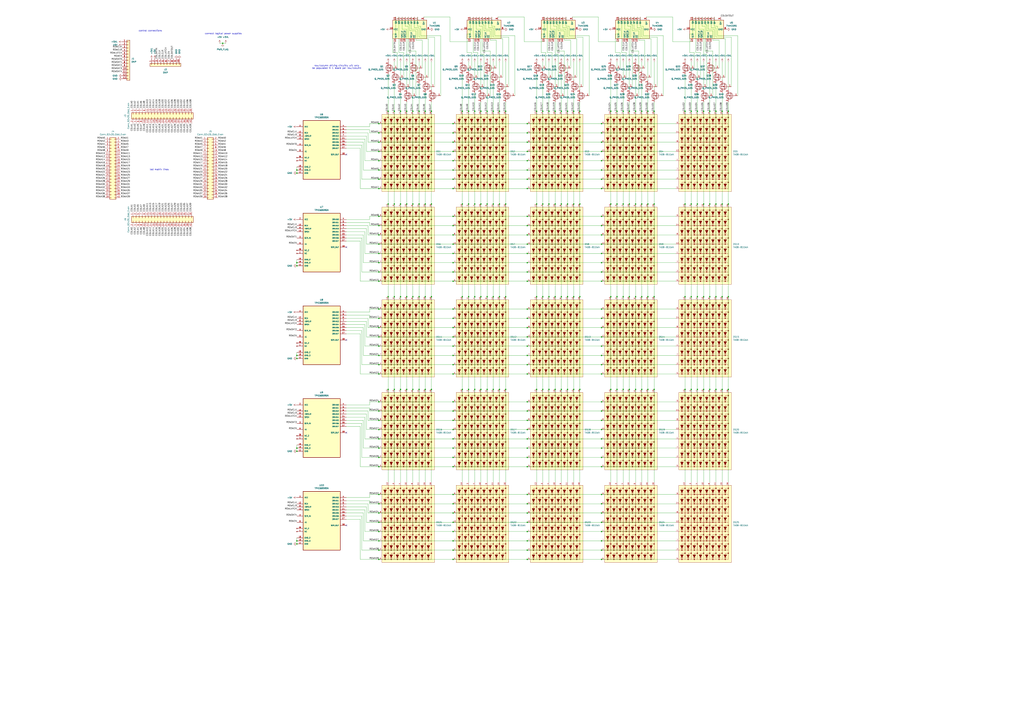
<source format=kicad_sch>
(kicad_sch (version 20250114) (generator "eeschema") (generator_version "9.0")
  (paper "A1")
  (text "connect logical power supplies" (at 183.388 27.686 0) (effects (font (size 1.27 1.27))))
  (text "row/column driving circuitry will only\nbe populated in 1 board per row/column" (at 276.606 55.118 0) (effects (font (size 1.27 1.27))))
  (text "control connections" (at 123.444 25.4 0) (effects (font (size 1.27 1.27))))
  (text "led matrix lines" (at 130.81 139.446 0) (effects (font (size 1.27 1.27))))
  (junction (at 311.15 208.28))
  (junction (at 344.17 320.04))
  (junction (at 433.07 154.94))
  (junction (at 532.13 320.04))
  (junction (at 471.17 320.04))
  (junction (at 433.07 215.9))
  (junction (at 372.11 116.84))
  (junction (at 372.11 101.6))
  (junction (at 394.97 91.44))
  (junction (at 494.03 406.4))
  (junction (at 598.17 320.04))
  (junction (at 537.21 320.04))
  (junction (at 577.85 167.64))
  (junction (at 494.03 337.82))
  (junction (at 400.05 243.84))
  (junction (at 567.69 243.84))
  (junction (at 476.25 243.84))
  (junction (at 567.69 91.44))
  (junction (at 494.03 330.2))
  (junction (at 372.11 284.48))
  (junction (at 415.29 320.04))
  (junction (at 372.11 452.12))
  (junction (at 372.11 139.7))
  (junction (at 433.07 109.22))
  (junction (at 445.77 243.84))
  (junction (at 532.13 91.44))
  (junction (at 372.11 436.88))
  (junction (at 384.81 243.84))
  (junction (at 311.15 200.66))
  (junction (at 466.09 167.64))
  (junction (at 379.73 243.84))
  (junction (at 372.11 223.52))
  (junction (at 433.07 345.44))
  (junction (at 588.01 167.64))
  (junction (at 243.84 142.24))
  (junction (at 494.03 208.28))
  (junction (at 349.25 243.84))
  (junction (at 311.15 307.34))
  (junction (at 243.84 215.9))
  (junction (at 588.01 320.04))
  (junction (at 461.01 91.44))
  (junction (at 311.15 406.4))
  (junction (at 311.15 444.5))
  (junction (at 593.09 91.44))
  (junction (at 328.93 91.44))
  (junction (at 577.85 243.84))
  (junction (at 433.07 193.04))
  (junction (at 577.85 91.44))
  (junction (at 311.15 101.6))
  (junction (at 494.03 414.02))
  (junction (at 450.85 91.44))
  (junction (at 400.05 320.04))
  (junction (at 494.03 421.64))
  (junction (at 389.89 91.44))
  (junction (at 372.11 299.72))
  (junction (at 501.65 167.64))
  (junction (at 494.03 383.54))
  (junction (at 334.01 91.44))
  (junction (at 450.85 243.84))
  (junction (at 494.03 147.32))
  (junction (at 433.07 116.84))
  (junction (at 339.09 243.84))
  (junction (at 349.25 320.04))
  (junction (at 433.07 269.24))
  (junction (at 494.03 185.42))
  (junction (at 521.97 320.04))
  (junction (at 567.69 320.04))
  (junction (at 372.11 269.24))
  (junction (at 243.84 368.3))
  (junction (at 593.09 243.84))
  (junction (at 384.81 320.04))
  (junction (at 410.21 320.04))
  (junction (at 372.11 177.8))
  (junction (at 311.15 429.26))
  (junction (at 311.15 330.2))
  (junction (at 494.03 292.1))
  (junction (at 433.07 177.8))
  (junction (at 466.09 91.44))
  (junction (at 384.81 91.44))
  (junction (at 334.01 167.64))
  (junction (at 394.97 320.04))
  (junction (at 405.13 243.84))
  (junction (at 311.15 383.54))
  (junction (at 506.73 167.64))
  (junction (at 389.89 243.84))
  (junction (at 372.11 375.92))
  (junction (at 328.93 243.84))
  (junction (at 415.29 167.64))
  (junction (at 506.73 243.84))
  (junction (at 405.13 320.04))
  (junction (at 389.89 320.04))
  (junction (at 521.97 243.84))
  (junction (at 372.11 345.44))
  (junction (at 433.07 421.64))
  (junction (at 532.13 243.84))
  (junction (at 311.15 193.04))
  (junction (at 598.17 91.44))
  (junction (at 372.11 200.66))
  (junction (at 471.17 243.84))
  (junction (at 506.73 91.44))
  (junction (at 461.01 320.04))
  (junction (at 562.61 91.44))
  (junction (at 494.03 109.22))
  (junction (at 318.77 167.64))
  (junction (at 400.05 167.64))
  (junction (at 582.93 167.64))
  (junction (at 450.85 320.04))
  (junction (at 494.03 261.62))
  (junction (at 372.11 292.1))
  (junction (at 311.15 436.88))
  (junction (at 344.17 243.84))
  (junction (at 582.93 243.84))
  (junction (at 476.25 320.04))
  (junction (at 537.21 167.64))
  (junction (at 372.11 368.3))
  (junction (at 243.84 292.1))
  (junction (at 334.01 243.84))
  (junction (at 311.15 223.52))
  (junction (at 537.21 243.84))
  (junction (at 494.03 360.68))
  (junction (at 400.05 91.44))
  (junction (at 394.97 243.84))
  (junction (at 311.15 261.62))
  (junction (at 562.61 167.64))
  (junction (at 455.93 91.44))
  (junction (at 433.07 429.26))
  (junction (at 433.07 208.28))
  (junction (at 372.11 414.02))
  (junction (at 243.84 139.7))
  (junction (at 415.29 243.84))
  (junction (at 494.03 276.86))
  (junction (at 501.65 320.04))
  (junction (at 243.84 218.44))
  (junction (at 318.77 320.04))
  (junction (at 588.01 91.44))
  (junction (at 372.11 254))
  (junction (at 450.85 167.64))
  (junction (at 494.03 353.06))
  (junction (at 455.93 167.64))
  (junction (at 537.21 91.44))
  (junction (at 440.69 243.84))
  (junction (at 433.07 261.62))
  (junction (at 494.03 139.7))
  (junction (at 372.11 276.86))
  (junction (at 372.11 261.62))
  (junction (at 372.11 307.34))
  (junction (at 311.15 215.9))
  (junction (at 466.09 320.04))
  (junction (at 243.84 294.64))
  (junction (at 311.15 284.48))
  (junction (at 372.11 330.2))
  (junction (at 521.97 167.64))
  (junction (at 494.03 116.84))
  (junction (at 372.11 353.06))
  (junction (at 433.07 414.02))
  (junction (at 476.25 167.64))
  (junction (at 433.07 368.3))
  (junction (at 410.21 243.84))
  (junction (at 433.07 231.14))
  (junction (at 372.11 132.08))
  (junction (at 311.15 147.32))
  (junction (at 323.85 320.04))
  (junction (at 354.33 167.64))
  (junction (at 243.84 370.84))
  (junction (at 339.09 320.04))
  (junction (at 511.81 91.44))
  (junction (at 494.03 429.26))
  (junction (at 311.15 421.64))
  (junction (at 511.81 243.84))
  (junction (at 433.07 459.74))
  (junction (at 471.17 91.44))
  (junction (at 323.85 167.64))
  (junction (at 379.73 91.44))
  (junction (at 494.03 101.6))
  (junction (at 433.07 101.6))
  (junction (at 311.15 353.06))
  (junction (at 372.11 208.28))
  (junction (at 494.03 459.74))
  (junction (at 311.15 231.14))
  (junction (at 318.77 243.84))
  (junction (at 494.03 215.9))
  (junction (at 433.07 444.5))
  (junction (at 372.11 215.9))
  (junction (at 527.05 91.44))
  (junction (at 494.03 269.24))
  (junction (at 243.84 444.5))
  (junction (at 572.77 243.84))
  (junction (at 433.07 200.66))
  (junction (at 344.17 91.44))
  (junction (at 445.77 320.04))
  (junction (at 433.07 223.52))
  (junction (at 527.05 243.84))
  (junction (at 593.09 320.04))
  (junction (at 511.81 320.04))
  (junction (at 372.11 444.5))
  (junction (at 339.09 167.64))
  (junction (at 440.69 320.04))
  (junction (at 372.11 406.4))
  (junction (at 494.03 444.5))
  (junction (at 372.11 429.26))
  (junction (at 372.11 193.04))
  (junction (at 516.89 167.64))
  (junction (at 527.05 167.64))
  (junction (at 433.07 452.12))
  (junction (at 445.77 91.44))
  (junction (at 494.03 452.12))
  (junction (at 466.09 243.84))
  (junction (at 243.84 447.04))
  (junction (at 494.03 368.3))
  (junction (at 311.15 337.82))
  (junction (at 433.07 307.34))
  (junction (at 506.73 320.04))
  (junction (at 311.15 124.46))
  (junction (at 433.07 185.42))
  (junction (at 318.77 91.44))
  (junction (at 494.03 375.92))
  (junction (at 455.93 320.04))
  (junction (at 405.13 91.44))
  (junction (at 433.07 436.88))
  (junction (at 389.89 167.64))
  (junction (at 372.11 124.46))
  (junction (at 334.01 320.04))
  (junction (at 349.25 91.44))
  (junction (at 311.15 345.44))
  (junction (at 379.73 167.64))
  (junction (at 328.93 320.04))
  (junction (at 410.21 91.44))
  (junction (at 476.25 91.44))
  (junction (at 433.07 375.92))
  (junction (at 311.15 116.84))
  (junction (at 433.07 276.86))
  (junction (at 311.15 177.8))
  (junction (at 572.77 91.44))
  (junction (at 311.15 269.24))
  (junction (at 572.77 320.04))
  (junction (at 567.69 167.64))
  (junction (at 311.15 254))
  (junction (at 562.61 320.04))
  (junction (at 311.15 132.08))
  (junction (at 494.03 345.44))
  (junction (at 516.89 243.84))
  (junction (at 354.33 91.44))
  (junction (at 311.15 139.7))
  (junction (at 328.93 167.64))
  (junction (at 311.15 414.02))
  (junction (at 494.03 254))
  (junction (at 311.15 360.68))
  (junction (at 384.81 167.64))
  (junction (at 516.89 320.04))
  (junction (at 494.03 436.88))
  (junction (at 415.29 91.44))
  (junction (at 311.15 299.72))
  (junction (at 598.17 167.64))
  (junction (at 433.07 139.7))
  (junction (at 494.03 223.52))
  (junction (at 501.65 91.44))
  (junction (at 494.03 231.14))
  (junction (at 461.01 243.84))
  (junction (at 501.65 243.84))
  (junction (at 494.03 124.46))
  (junction (at 182.88 35.56))
  (junction (at 372.11 231.14))
  (junction (at 405.13 167.64))
  (junction (at 433.07 299.72))
  (junction (at 372.11 459.74))
  (junction (at 372.11 154.94))
  (junction (at 433.07 353.06))
  (junction (at 494.03 307.34))
  (junction (at 527.05 320.04))
  (junction (at 311.15 185.42))
  (junction (at 349.25 167.64))
  (junction (at 516.89 91.44))
  (junction (at 511.81 167.64))
  (junction (at 562.61 243.84))
  (junction (at 344.17 167.64))
  (junction (at 494.03 299.72))
  (junction (at 323.85 243.84))
  (junction (at 494.03 177.8))
  (junction (at 433.07 360.68))
  (junction (at 433.07 292.1))
  (junction (at 433.07 406.4))
  (junction (at 461.01 167.64))
  (junction (at 394.97 167.64))
  (junction (at 593.09 167.64))
  (junction (at 354.33 320.04))
  (junction (at 494.03 154.94))
  (junction (at 433.07 337.82))
  (junction (at 494.03 200.66))
  (junction (at 572.77 167.64))
  (junction (at 311.15 109.22))
  (junction (at 433.07 147.32))
  (junction (at 410.21 167.64))
  (junction (at 354.33 243.84))
  (junction (at 532.13 167.64))
  (junction (at 311.15 154.94))
  (junction (at 582.93 320.04))
  (junction (at 372.11 337.82))
  (junction (at 311.15 276.86))
  (junction (at 372.11 421.64))
  (junction (at 311.15 459.74))
  (junction (at 577.85 320.04))
  (junction (at 598.17 243.84))
  (junction (at 433.07 254))
  (junction (at 440.69 91.44))
  (junction (at 445.77 167.64))
  (junction (at 433.07 124.46))
  (junction (at 323.85 91.44))
  (junction (at 588.01 243.84))
  (junction (at 372.11 147.32))
  (junction (at 433.07 383.54))
  (junction (at 440.69 167.64))
  (junction (at 311.15 292.1))
  (junction (at 433.07 284.48))
  (junction (at 311.15 368.3))
  (junction (at 433.07 330.2))
  (junction (at 372.11 383.54))
  (junction (at 455.93 243.84))
  (junction (at 311.15 375.92))
  (junction (at 494.03 193.04))
  (junction (at 372.11 185.42))
  (junction (at 582.93 91.44))
  (junction (at 372.11 109.22))
  (junction (at 494.03 284.48))
  (junction (at 339.09 91.44))
  (junction (at 372.11 360.68))
  (junction (at 521.97 91.44))
  (junction (at 311.15 452.12))
  (junction (at 471.17 167.64))
  (junction (at 494.03 132.08))
  (junction (at 433.07 132.08))
  (junction (at 379.73 320.04))
  (no_connect (at 284.48 355.6))
  (no_connect (at 284.48 279.4))
  (no_connect (at 284.48 203.2))
  (no_connect (at 284.48 127))
  (no_connect (at 284.48 431.8))
  (wire (pts (xy 298.45 444.5) (xy 311.15 444.5)))
  (wire (pts (xy 445.77 91.44) (xy 445.77 167.64)))
  (wire (pts (xy 532.13 91.44) (xy 532.13 167.64)))
  (wire (pts (xy 243.84 215.9) (xy 243.84 218.44)))
  (wire (pts (xy 344.17 167.64) (xy 344.17 243.84)))
  (wire (pts (xy 344.17 68.58) (xy 344.17 91.44)))
  (wire (pts (xy 407.67 55.88) (xy 407.67 33.02)))
  (wire (pts (xy 506.73 91.44) (xy 506.73 167.64)))
  (wire (pts (xy 494.03 124.46) (xy 554.99 124.46)))
  (wire (pts (xy 494.03 101.6) (xy 554.99 101.6)))
  (wire (pts (xy 455.93 91.44) (xy 455.93 167.64)))
  (wire (pts (xy 322.58 27.94) (xy 322.58 43.18)))
  (wire (pts (xy 403.86 13.97) (xy 403.86 21.59)))
  (wire (pts (xy 433.07 307.34) (xy 494.03 307.34)))
  (wire (pts (xy 473.71 31.75) (xy 473.71 63.5)))
  (wire (pts (xy 284.48 193.04) (xy 298.45 193.04)))
  (wire (pts (xy 346.71 33.02) (xy 341.63 33.02)))
  (wire (pts (xy 349.25 76.2) (xy 349.25 91.44)))
  (wire (pts (xy 335.28 41.91) (xy 335.28 21.59)))
  (wire (pts (xy 243.84 137.16) (xy 243.84 139.7)))
  (wire (pts (xy 298.45 269.24) (xy 298.45 292.1)))
  (wire (pts (xy 453.39 63.5) (xy 453.39 43.18)))
  (wire (pts (xy 588.01 243.84) (xy 588.01 320.04)))
  (wire (pts (xy 445.77 58.42) (xy 445.77 50.8)))
  (wire (pts (xy 501.65 91.44) (xy 501.65 167.64)))
  (wire (pts (xy 372.11 185.42) (xy 433.07 185.42)))
  (wire (pts (xy 387.35 43.18) (xy 387.35 55.88)))
  (wire (pts (xy 524.51 33.02) (xy 524.51 25.4)))
  (wire (pts (xy 318.77 167.64) (xy 318.77 243.84)))
  (wire (pts (xy 284.48 332.74) (xy 303.53 332.74)))
  (wire (pts (xy 506.73 243.84) (xy 506.73 320.04)))
  (wire (pts (xy 384.81 167.64) (xy 384.81 243.84)))
  (wire (pts (xy 525.78 24.13) (xy 525.78 31.75)))
  (wire (pts (xy 410.21 91.44) (xy 410.21 167.64)))
  (wire (pts (xy 525.78 13.97) (xy 525.78 21.59)))
  (wire (pts (xy 361.95 29.21) (xy 361.95 78.74)))
  (wire (pts (xy 433.07 254) (xy 494.03 254)))
  (wire (pts (xy 303.53 106.68) (xy 303.53 109.22)))
  (wire (pts (xy 471.17 320.04) (xy 471.17 396.24)))
  (wire (pts (xy 349.25 320.04) (xy 349.25 396.24)))
  (wire (pts (xy 516.89 73.66) (xy 516.89 50.8)))
  (wire (pts (xy 433.07 383.54) (xy 494.03 383.54)))
  (wire (pts (xy 303.53 109.22) (xy 311.15 109.22)))
  (wire (pts (xy 476.25 320.04) (xy 476.25 396.24)))
  (wire (pts (xy 577.85 243.84) (xy 577.85 320.04)))
  (wire (pts (xy 469.9 13.97) (xy 491.49 13.97)))
  (wire (pts (xy 180.34 35.56) (xy 182.88 35.56)))
  (wire (pts (xy 494.03 276.86) (xy 554.99 276.86)))
  (wire (pts (xy 300.99 353.06) (xy 311.15 353.06)))
  (wire (pts (xy 445.77 243.84) (xy 445.77 320.04)))
  (wire (pts (xy 397.51 25.4) (xy 397.51 20.32)))
  (wire (pts (xy 575.31 43.18) (xy 571.5 43.18)))
  (wire (pts (xy 511.81 320.04) (xy 511.81 396.24)))
  (wire (pts (xy 494.03 154.94) (xy 554.99 154.94)))
  (wire (pts (xy 433.07 284.48) (xy 494.03 284.48)))
  (wire (pts (xy 284.48 419.1) (xy 299.72 419.1)))
  (wire (pts (xy 354.33 83.82) (xy 354.33 91.44)))
  (wire (pts (xy 458.47 20.32) (xy 457.2 20.32)))
  (wire (pts (xy 450.85 243.84) (xy 450.85 320.04)))
  (wire (pts (xy 412.75 31.75) (xy 412.75 63.5)))
  (wire (pts (xy 311.15 132.08) (xy 372.11 132.08)))
  (wire (pts (xy 379.73 91.44) (xy 379.73 167.64)))
  (wire (pts (xy 585.47 78.74) (xy 585.47 41.91)))
  (wire (pts (xy 537.21 83.82) (xy 537.21 91.44)))
  (wire (pts (xy 299.72 436.88) (xy 311.15 436.88)))
  (wire (pts (xy 311.15 276.86) (xy 372.11 276.86)))
  (wire (pts (xy 400.05 243.84) (xy 400.05 320.04)))
  (wire (pts (xy 433.07 330.2) (xy 494.03 330.2)))
  (wire (pts (xy 577.85 24.13) (xy 577.85 44.45)))
  (wire (pts (xy 566.42 27.94) (xy 566.42 43.18)))
  (wire (pts (xy 572.77 76.2) (xy 572.77 91.44)))
  (wire (pts (xy 397.51 44.45) (xy 397.51 71.12)))
  (wire (pts (xy 572.77 320.04) (xy 572.77 396.24)))
  (wire (pts (xy 450.85 167.64) (xy 450.85 243.84)))
  (wire (pts (xy 372.11 147.32) (xy 433.07 147.32)))
  (wire (pts (xy 302.26 116.84) (xy 311.15 116.84)))
  (wire (pts (xy 389.89 91.44) (xy 389.89 167.64)))
  (wire (pts (xy 337.82 13.97) (xy 337.82 24.13)))
  (wire (pts (xy 400.05 60.96) (xy 400.05 91.44)))
  (wire (pts (xy 577.85 44.45) (xy 580.39 44.45)))
  (wire (pts (xy 302.26 421.64) (xy 311.15 421.64)))
  (wire (pts (xy 430.53 13.97) (xy 430.53 34.29)))
  (wire (pts (xy 562.61 167.64) (xy 562.61 243.84)))
  (wire (pts (xy 476.25 83.82) (xy 476.25 91.44)))
  (wire (pts (xy 528.32 29.21) (xy 544.83 29.21)))
  (wire (pts (xy 516.89 83.82) (xy 516.89 91.44)))
  (wire (pts (xy 519.43 25.4) (xy 519.43 20.32)))
  (wire (pts (xy 384.81 58.42) (xy 384.81 50.8)))
  (wire (pts (xy 494.03 223.52) (xy 554.99 223.52)))
  (wire (pts (xy 322.58 43.18) (xy 326.39 43.18)))
  (wire (pts (xy 530.86 13.97) (xy 552.45 13.97)))
  (wire (pts (xy 515.62 21.59) (xy 515.62 13.97)))
  (wire (pts (xy 342.9 13.97) (xy 342.9 21.59)))
  (wire (pts (xy 392.43 43.18) (xy 388.62 43.18)))
  (wire (pts (xy 331.47 63.5) (xy 331.47 43.18)))
  (wire (pts (xy 433.07 109.22) (xy 494.03 109.22)))
  (wire (pts (xy 532.13 66.04) (xy 532.13 50.8)))
  (wire (pts (xy 311.15 360.68) (xy 372.11 360.68)))
  (wire (pts (xy 406.4 29.21) (xy 422.91 29.21)))
  (wire (pts (xy 600.71 71.12) (xy 600.71 30.48)))
  (wire (pts (xy 572.77 91.44) (xy 572.77 167.64)))
  (wire (pts (xy 433.07 353.06) (xy 494.03 353.06)))
  (wire (pts (xy 394.97 73.66) (xy 394.97 50.8)))
  (wire (pts (xy 579.12 21.59) (xy 576.58 21.59)))
  (wire (pts (xy 354.33 73.66) (xy 354.33 50.8)))
  (wire (pts (xy 243.84 289.56) (xy 243.84 292.1)))
  (wire (pts (xy 457.2 20.32) (xy 457.2 13.97)))
  (wire (pts (xy 593.09 320.04) (xy 593.09 396.24)))
  (wire (pts (xy 494.03 269.24) (xy 554.99 269.24)))
  (wire (pts (xy 394.97 24.13) (xy 394.97 44.45)))
  (wire (pts (xy 311.15 116.84) (xy 372.11 116.84)))
  (wire (pts (xy 284.48 119.38) (xy 297.18 119.38)))
  (wire (pts (xy 521.97 60.96) (xy 521.97 91.44)))
  (wire (pts (xy 598.17 73.66) (xy 598.17 50.8)))
  (wire (pts (xy 339.09 320.04) (xy 339.09 396.24)))
  (wire (pts (xy 402.59 33.02) (xy 402.59 25.4)))
  (wire (pts (xy 433.07 215.9) (xy 494.03 215.9)))
  (wire (pts (xy 471.17 66.04) (xy 471.17 50.8)))
  (wire (pts (xy 580.39 44.45) (xy 580.39 71.12)))
  (wire (pts (xy 455.93 83.82) (xy 455.93 91.44)))
  (wire (pts (xy 579.12 20.32) (xy 579.12 13.97)))
  (wire (pts (xy 341.63 41.91) (xy 335.28 41.91)))
  (wire (pts (xy 595.63 31.75) (xy 595.63 63.5)))
  (wire (pts (xy 311.15 330.2) (xy 372.11 330.2)))
  (wire (pts (xy 372.11 383.54) (xy 433.07 383.54)))
  (wire (pts (xy 516.89 167.64) (xy 516.89 243.84)))
  (wire (pts (xy 466.09 30.48) (xy 466.09 22.86)))
  (wire (pts (xy 311.15 375.92) (xy 372.11 375.92)))
  (wire (pts (xy 433.07 292.1) (xy 494.03 292.1)))
  (wire (pts (xy 384.81 91.44) (xy 384.81 167.64)))
  (wire (pts (xy 299.72 114.3) (xy 299.72 132.08)))
  (wire (pts (xy 516.89 320.04) (xy 516.89 396.24)))
  (wire (pts (xy 297.18 119.38) (xy 297.18 147.32)))
  (wire (pts (xy 518.16 41.91) (xy 518.16 21.59)))
  (wire (pts (xy 379.73 243.84) (xy 379.73 320.04)))
  (wire (pts (xy 494.03 383.54) (xy 554.99 383.54)))
  (wire (pts (xy 520.7 13.97) (xy 520.7 24.13)))
  (wire (pts (xy 516.89 24.13) (xy 516.89 44.45)))
  (wire (pts (xy 302.26 414.02) (xy 302.26 421.64)))
  (wire (pts (xy 525.78 31.75) (xy 534.67 31.75)))
  (wire (pts (xy 323.85 58.42) (xy 323.85 50.8)))
  (wire (pts (xy 384.81 68.58) (xy 384.81 91.44)))
  (wire (pts (xy 284.48 187.96) (xy 300.99 187.96)))
  (wire (pts (xy 372.11 375.92) (xy 433.07 375.92)))
  (wire (pts (xy 450.85 91.44) (xy 450.85 167.64)))
  (wire (pts (xy 586.74 21.59) (xy 589.28 21.59)))
  (wire (pts (xy 593.09 243.84) (xy 593.09 320.04)))
  (wire (pts (xy 372.11 299.72) (xy 433.07 299.72)))
  (wire (pts (xy 346.71 55.88) (xy 346.71 33.02)))
  (wire (pts (xy 588.01 68.58) (xy 588.01 91.44)))
  (wire (pts (xy 300.99 187.96) (xy 300.99 200.66)))
  (wire (pts (xy 506.73 68.58) (xy 506.73 91.44)))
  (wire (pts (xy 284.48 111.76) (xy 300.99 111.76)))
  (wire (pts (xy 372.11 215.9) (xy 433.07 215.9)))
  (wire (pts (xy 392.43 63.5) (xy 392.43 43.18)))
  (wire (pts (xy 494.03 200.66) (xy 554.99 200.66)))
  (wire (pts (xy 311.15 124.46) (xy 372.11 124.46)))
  (wire (pts (xy 433.07 452.12) (xy 494.03 452.12)))
  (wire (pts (xy 521.97 91.44) (xy 521.97 167.64)))
  (wire (pts (xy 297.18 195.58) (xy 297.18 223.52)))
  (wire (pts (xy 323.85 320.04) (xy 323.85 396.24)))
  (wire (pts (xy 494.03 147.32) (xy 554.99 147.32)))
  (wire (pts (xy 328.93 243.84) (xy 328.93 320.04)))
  (wire (pts (xy 311.15 307.34) (xy 372.11 307.34)))
  (wire (pts (xy 433.07 200.66) (xy 494.03 200.66)))
  (wire (pts (xy 311.15 292.1) (xy 372.11 292.1)))
  (wire (pts (xy 494.03 406.4) (xy 554.99 406.4)))
  (wire (pts (xy 284.48 182.88) (xy 303.53 182.88)))
  (wire (pts (xy 494.03 185.42) (xy 554.99 185.42)))
  (wire (pts (xy 397.51 20.32) (xy 396.24 20.32)))
  (wire (pts (xy 311.15 223.52) (xy 372.11 223.52)))
  (wire (pts (xy 568.96 27.94) (xy 566.42 27.94)))
  (wire (pts (xy 529.59 33.02) (xy 524.51 33.02)))
  (wire (pts (xy 323.85 167.64) (xy 323.85 243.84)))
  (wire (pts (xy 417.83 30.48) (xy 405.13 30.48)))
  (wire (pts (xy 389.89 66.04) (xy 389.89 50.8)))
  (wire (pts (xy 534.67 31.75) (xy 534.67 63.5)))
  (wire (pts (xy 394.97 167.64) (xy 394.97 243.84)))
  (wire (pts (xy 433.07 414.02) (xy 494.03 414.02)))
  (wire (pts (xy 455.93 167.64) (xy 455.93 243.84)))
  (wire (pts (xy 400.05 320.04) (xy 400.05 396.24)))
  (wire (pts (xy 588.01 320.04) (xy 588.01 396.24)))
  (wire (pts (xy 478.79 71.12) (xy 478.79 30.48)))
  (wire (pts (xy 433.07 299.72) (xy 494.03 299.72)))
  (wire (pts (xy 445.77 167.64) (xy 445.77 243.84)))
  (wire (pts (xy 433.07 116.84) (xy 494.03 116.84)))
  (wire (pts (xy 386.08 27.94) (xy 383.54 27.94)))
  (wire (pts (xy 433.07 429.26) (xy 494.03 429.26)))
  (wire (pts (xy 537.21 91.44) (xy 537.21 167.64)))
  (wire (pts (xy 448.31 43.18) (xy 448.31 55.88)))
  (wire (pts (xy 494.03 436.88) (xy 554.99 436.88)))
  (wire (pts (xy 391.16 24.13) (xy 394.97 24.13)))
  (wire (pts (xy 433.07 193.04) (xy 494.03 193.04)))
  (wire (pts (xy 501.65 60.96) (xy 501.65 91.44)))
  (wire (pts (xy 243.84 444.5) (xy 243.84 447.04)))
  (wire (pts (xy 300.99 429.26) (xy 311.15 429.26)))
  (wire (pts (xy 284.48 269.24) (xy 298.45 269.24)))
  (wire (pts (xy 577.85 73.66) (xy 577.85 50.8)))
  (wire (pts (xy 537.21 243.84) (xy 537.21 320.04)))
  (wire (pts (xy 340.36 22.86) (xy 340.36 13.97)))
  (wire (pts (xy 491.49 34.29) (xy 508 34.29)))
  (wire (pts (xy 243.84 292.1) (xy 243.84 294.64)))
  (wire (pts (xy 466.09 243.84) (xy 466.09 320.04)))
  (wire (pts (xy 410.21 167.64) (xy 410.21 243.84)))
  (wire (pts (xy 511.81 243.84) (xy 511.81 320.04)))
  (wire (pts (xy 508 13.97) (xy 508 27.94)))
  (wire (pts (xy 580.39 25.4) (xy 580.39 20.32)))
  (wire (pts (xy 328.93 76.2) (xy 328.93 91.44)))
  (wire (pts (xy 455.93 24.13) (xy 455.93 44.45)))
  (wire (pts (xy 506.73 320.04) (xy 506.73 396.24)))
  (wire (pts (xy 406.4 21.59) (xy 406.4 29.21)))
  (wire (pts (xy 521.97 320.04) (xy 521.97 396.24)))
  (wire (pts (xy 297.18 299.72) (xy 311.15 299.72)))
  (wire (pts (xy 372.11 261.62) (xy 433.07 261.62)))
  (wire (pts (xy 588.01 58.42) (xy 588.01 50.8)))
  (wire (pts (xy 450.85 76.2) (xy 450.85 91.44)))
  (wire (pts (xy 582.93 167.64) (xy 582.93 243.84)))
  (wire (pts (xy 298.45 139.7) (xy 311.15 139.7)))
  (wire (pts (xy 582.93 60.96) (xy 582.93 91.44)))
  (wire (pts (xy 459.74 13.97) (xy 459.74 24.13)))
  (wire (pts (xy 354.33 320.04) (xy 354.33 396.24)))
  (wire (pts (xy 303.53 182.88) (xy 303.53 185.42)))
  (wire (pts (xy 297.18 424.18) (xy 297.18 452.12)))
  (wire (pts (xy 339.09 91.44) (xy 339.09 167.64)))
  (wire (pts (xy 303.53 180.34) (xy 303.53 177.8)))
  (wire (pts (xy 567.69 68.58) (xy 567.69 91.44)))
  (wire (pts (xy 356.87 71.12) (xy 356.87 30.48)))
  (wire (pts (xy 389.89 167.64) (xy 389.89 243.84)))
  (wire (pts (xy 433.07 459.74) (xy 494.03 459.74)))
  (wire (pts (xy 372.11 231.14) (xy 433.07 231.14)))
  (wire (pts (xy 372.11 208.28) (xy 433.07 208.28)))
  (wire (pts (xy 372.11 292.1) (xy 433.07 292.1)))
  (wire (pts (xy 303.53 101.6) (xy 311.15 101.6)))
  (wire (pts (xy 284.48 109.22) (xy 302.26 109.22)))
  (wire (pts (xy 562.61 60.96) (xy 562.61 91.44)))
  (wire (pts (xy 440.69 320.04) (xy 440.69 396.24)))
  (wire (pts (xy 529.59 55.88) (xy 529.59 33.02)))
  (wire (pts (xy 410.21 243.84) (xy 410.21 320.04)))
  (wire (pts (xy 311.15 193.04) (xy 372.11 193.04)))
  (wire (pts (xy 372.11 444.5) (xy 433.07 444.5)))
  (wire (pts (xy 433.07 360.68) (xy 494.03 360.68)))
  (wire (pts (xy 521.97 243.84) (xy 521.97 320.04)))
  (wire (pts (xy 408.94 13.97) (xy 430.53 13.97)))
  (wire (pts (xy 311.15 353.06) (xy 372.11 353.06)))
  (wire (pts (xy 402.59 78.74) (xy 402.59 41.91)))
  (wire (pts (xy 440.69 91.44) (xy 440.69 167.64)))
  (wire (pts (xy 303.53 332.74) (xy 303.53 330.2)))
  (wire (pts (xy 372.11 429.26) (xy 433.07 429.26)))
  (wire (pts (xy 299.72 190.5) (xy 299.72 208.28)))
  (wire (pts (xy 300.99 124.46) (xy 311.15 124.46)))
  (wire (pts (xy 575.31 63.5) (xy 575.31 43.18)))
  (wire (pts (xy 243.84 139.7) (xy 243.84 142.24)))
  (wire (pts (xy 455.93 44.45) (xy 458.47 44.45)))
  (wire (pts (xy 567.69 243.84) (xy 567.69 320.04)))
  (wire (pts (xy 494.03 208.28) (xy 554.99 208.28)))
  (wire (pts (xy 514.35 43.18) (xy 510.54 43.18)))
  (wire (pts (xy 354.33 91.44) (xy 354.33 167.64)))
  (wire (pts (xy 567.69 58.42) (xy 567.69 50.8)))
  (wire (pts (xy 300.99 276.86) (xy 311.15 276.86)))
  (wire (pts (xy 466.09 320.04) (xy 466.09 396.24)))
  (wire (pts (xy 311.15 299.72) (xy 372.11 299.72)))
  (wire (pts (xy 344.17 91.44) (xy 344.17 167.64)))
  (wire (pts (xy 494.03 330.2) (xy 554.99 330.2)))
  (wire (pts (xy 372.11 223.52) (xy 433.07 223.52)))
  (wire (pts (xy 506.73 58.42) (xy 506.73 50.8)))
  (wire (pts (xy 415.29 73.66) (xy 415.29 50.8)))
  (wire (pts (xy 593.09 66.04) (xy 593.09 50.8)))
  (wire (pts (xy 476.25 243.84) (xy 476.25 320.04)))
  (wire (pts (xy 328.93 91.44) (xy 328.93 167.64)))
  (wire (pts (xy 403.86 21.59) (xy 406.4 21.59)))
  (wire (pts (xy 339.09 60.96) (xy 339.09 91.44)))
  (wire (pts (xy 311.15 154.94) (xy 372.11 154.94)))
  (wire (pts (xy 295.91 307.34) (xy 311.15 307.34)))
  (wire (pts (xy 402.59 41.91) (xy 396.24 41.91)))
  (wire (pts (xy 468.63 55.88) (xy 468.63 33.02)))
  (wire (pts (xy 284.48 190.5) (xy 299.72 190.5)))
  (wire (pts (xy 572.77 243.84) (xy 572.77 320.04)))
  (wire (pts (xy 295.91 154.94) (xy 311.15 154.94)))
  (wire (pts (xy 586.74 24.13) (xy 586.74 31.75)))
  (wire (pts (xy 303.53 411.48) (xy 303.53 414.02)))
  (wire (pts (xy 344.17 320.04) (xy 344.17 396.24)))
  (wire (pts (xy 334.01 73.66) (xy 334.01 50.8)))
  (wire (pts (xy 284.48 414.02) (xy 302.26 414.02)))
  (wire (pts (xy 494.03 353.06) (xy 554.99 353.06)))
  (wire (pts (xy 586.74 31.75) (xy 595.63 31.75)))
  (wire (pts (xy 572.77 66.04) (xy 572.77 50.8)))
  (wire (pts (xy 383.54 43.18) (xy 387.35 43.18)))
  (wire (pts (xy 326.39 43.18) (xy 326.39 55.88)))
  (wire (pts (xy 476.25 91.44) (xy 476.25 167.64)))
  (wire (pts (xy 318.77 320.04) (xy 318.77 396.24)))
  (wire (pts (xy 405.13 58.42) (xy 405.13 50.8)))
  (wire (pts (xy 311.15 215.9) (xy 372.11 215.9)))
  (wire (pts (xy 570.23 43.18) (xy 570.23 55.88)))
  (wire (pts (xy 519.43 20.32) (xy 518.16 20.32)))
  (wire (pts (xy 494.03 375.92) (xy 554.99 375.92)))
  (wire (pts (xy 402.59 25.4) (xy 397.51 25.4)))
  (wire (pts (xy 302.26 193.04) (xy 311.15 193.04)))
  (wire (pts (xy 396.24 21.59) (xy 393.7 21.59)))
  (wire (pts (xy 471.17 91.44) (xy 471.17 167.64)))
  (wire (pts (xy 344.17 22.86) (xy 340.36 22.86)))
  (wire (pts (xy 468.63 33.02) (xy 463.55 33.02)))
  (wire (pts (xy 518.16 20.32) (xy 518.16 13.97)))
  (wire (pts (xy 433.07 345.44) (xy 494.03 345.44)))
  (wire (pts (xy 537.21 320.04) (xy 537.21 396.24)))
  (wire (pts (xy 494.03 368.3) (xy 554.99 368.3)))
  (wire (pts (xy 339.09 167.64) (xy 339.09 243.84)))
  (wire (pts (xy 476.25 73.66) (xy 476.25 50.8)))
  (wire (pts (xy 311.15 345.44) (xy 372.11 345.44)))
  (wire (pts (xy 511.81 76.2) (xy 511.81 91.44)))
  (wire (pts (xy 394.97 83.82) (xy 394.97 91.44)))
  (wire (pts (xy 581.66 13.97) (xy 581.66 24.13)))
  (wire (pts (xy 464.82 13.97) (xy 464.82 21.59)))
  (wire (pts (xy 582.93 320.04) (xy 582.93 396.24)))
  (wire (pts (xy 445.77 68.58) (xy 445.77 91.44)))
  (wire (pts (xy 588.01 22.86) (xy 584.2 22.86)))
  (wire (pts (xy 372.11 345.44) (xy 433.07 345.44)))
  (wire (pts (xy 568.96 13.97) (xy 568.96 27.94)))
  (wire (pts (xy 298.45 368.3) (xy 311.15 368.3)))
  (wire (pts (xy 311.15 429.26) (xy 372.11 429.26)))
  (wire (pts (xy 372.11 132.08) (xy 433.07 132.08)))
  (wire (pts (xy 344.17 30.48) (xy 344.17 22.86)))
  (wire (pts (xy 243.84 365.76) (xy 243.84 368.3)))
  (wire (pts (xy 466.09 58.42) (xy 466.09 50.8)))
  (wire (pts (xy 527.05 243.84) (xy 527.05 320.04)))
  (wire (pts (xy 372.11 124.46) (xy 433.07 124.46)))
  (wire (pts (xy 323.85 243.84) (xy 323.85 320.04)))
  (wire (pts (xy 494.03 215.9) (xy 554.99 215.9)))
  (wire (pts (xy 311.15 101.6) (xy 372.11 101.6)))
  (wire (pts (xy 433.07 231.14) (xy 494.03 231.14)))
  (wire (pts (xy 516.89 91.44) (xy 516.89 167.64)))
  (wire (pts (xy 284.48 261.62) (xy 302.26 261.62)))
  (wire (pts (xy 372.11 284.48) (xy 433.07 284.48)))
  (wire (pts (xy 284.48 274.32) (xy 295.91 274.32)))
  (wire (pts (xy 284.48 408.94) (xy 303.53 408.94)))
  (wire (pts (xy 464.82 21.59) (xy 467.36 21.59)))
  (wire (pts (xy 284.48 104.14) (xy 303.53 104.14)))
  (wire (pts (xy 567.69 167.64) (xy 567.69 243.84)))
  (wire (pts (xy 303.53 104.14) (xy 303.53 101.6)))
  (wire (pts (xy 394.97 243.84) (xy 394.97 320.04)))
  (wire (pts (xy 516.89 44.45) (xy 519.43 44.45)))
  (wire (pts (xy 303.53 337.82) (xy 311.15 337.82)))
  (wire (pts (xy 311.15 139.7) (xy 372.11 139.7)))
  (wire (pts (xy 476.25 167.64) (xy 476.25 243.84)))
  (wire (pts (xy 284.48 342.9) (xy 299.72 342.9)))
  (wire (pts (xy 407.67 33.02) (xy 402.59 33.02)))
  (wire (pts (xy 466.09 91.44) (xy 466.09 167.64)))
  (wire (pts (xy 299.72 284.48) (xy 311.15 284.48)))
  (wire (pts (xy 295.91 383.54) (xy 311.15 383.54)))
  (wire (pts (xy 401.32 22.86) (xy 401.32 13.97)))
  (wire (pts (xy 398.78 24.13) (xy 403.86 24.13)))
  (wire (pts (xy 508 27.94) (xy 505.46 27.94)))
  (wire (pts (xy 302.26 337.82) (xy 302.26 345.44)))
  (wire (pts (xy 311.15 452.12) (xy 372.11 452.12)))
  (wire (pts (xy 433.07 223.52) (xy 494.03 223.52)))
  (wire (pts (xy 400.05 167.64) (xy 400.05 243.84)))
  (wire (pts (xy 532.13 243.84) (xy 532.13 320.04)))
  (wire (pts (xy 410.21 66.04) (xy 410.21 50.8)))
  (wire (pts (xy 455.93 320.04) (xy 455.93 396.24)))
  (wire (pts (xy 593.09 76.2) (xy 593.09 91.44)))
  (wire (pts (xy 494.03 116.84) (xy 554.99 116.84)))
  (wire (pts (xy 311.15 254) (xy 372.11 254)))
  (wire (pts (xy 590.55 55.88) (xy 590.55 33.02)))
  (wire (pts (xy 463.55 33.02) (xy 463.55 25.4)))
  (wire (pts (xy 405.13 320.04) (xy 405.13 396.24)))
  (wire (pts (xy 341.63 78.74) (xy 341.63 41.91)))
  (wire (pts (xy 464.82 31.75) (xy 473.71 31.75)))
  (wire (pts (xy 344.17 58.42) (xy 344.17 50.8)))
  (wire (pts (xy 284.48 347.98) (xy 297.18 347.98)))
  (wire (pts (xy 471.17 243.84) (xy 471.17 320.04)))
  (wire (pts (xy 466.09 167.64) (xy 466.09 243.84)))
  (wire (pts (xy 372.11 109.22) (xy 433.07 109.22)))
  (wire (pts (xy 391.16 13.97) (xy 391.16 24.13)))
  (wire (pts (xy 369.57 34.29) (xy 386.08 34.29)))
  (wire (pts (xy 182.88 35.56) (xy 185.42 35.56)))
  (wire (pts (xy 455.93 73.66) (xy 455.93 50.8)))
  (wire (pts (xy 341.63 25.4) (xy 336.55 25.4)))
  (wire (pts (xy 284.48 114.3) (xy 299.72 114.3)))
  (wire (pts (xy 393.7 21.59) (xy 393.7 13.97)))
  (wire (pts (xy 372.11 337.82) (xy 433.07 337.82)))
  (wire (pts (xy 336.55 20.32) (xy 335.28 20.32)))
  (wire (pts (xy 447.04 13.97) (xy 447.04 27.94)))
  (wire (pts (xy 311.15 147.32) (xy 372.11 147.32)))
  (wire (pts (xy 405.13 91.44) (xy 405.13 167.64)))
  (wire (pts (xy 300.99 340.36) (xy 300.99 353.06)))
  (wire (pts (xy 311.15 231.14) (xy 372.11 231.14)))
  (wire (pts (xy 415.29 91.44) (xy 415.29 167.64)))
  (wire (pts (xy 372.11 307.34) (xy 433.07 307.34)))
  (wire (pts (xy 394.97 320.04) (xy 394.97 396.24)))
  (wire (pts (xy 303.53 256.54) (xy 303.53 254)))
  (wire (pts (xy 566.42 43.18) (xy 570.23 43.18)))
  (wire (pts (xy 520.7 24.13) (xy 525.78 24.13)))
  (wire (pts (xy 405.13 22.86) (xy 401.32 22.86)))
  (wire (pts (xy 284.48 266.7) (xy 299.72 266.7)))
  (wire (pts (xy 415.29 243.84) (xy 415.29 320.04)))
  (wire (pts (xy 440.69 243.84) (xy 440.69 320.04)))
  (wire (pts (xy 585.47 25.4) (xy 580.39 25.4)))
  (wire (pts (xy 372.11 154.94) (xy 433.07 154.94)))
  (wire (pts (xy 577.85 167.64) (xy 577.85 243.84)))
  (wire (pts (xy 440.69 60.96) (xy 440.69 91.44)))
  (wire (pts (xy 582.93 243.84) (xy 582.93 320.04)))
  (wire (pts (xy 494.03 284.48) (xy 554.99 284.48)))
  (wire (pts (xy 398.78 13.97) (xy 398.78 24.13)))
  (wire (pts (xy 539.75 71.12) (xy 539.75 30.48)))
  (wire (pts (xy 415.29 320.04) (xy 415.29 396.24)))
  (wire (pts (xy 514.35 63.5) (xy 514.35 43.18)))
  (wire (pts (xy 330.2 24.13) (xy 334.01 24.13)))
  (wire (pts (xy 386.08 13.97) (xy 386.08 27.94)))
  (wire (pts (xy 579.12 41.91) (xy 579.12 21.59)))
  (wire (pts (xy 494.03 299.72) (xy 554.99 299.72)))
  (wire (pts (xy 532.13 76.2) (xy 532.13 91.44)))
  (wire (pts (xy 384.81 320.04) (xy 384.81 396.24)))
  (wire (pts (xy 318.77 91.44) (xy 318.77 167.64)))
  (wire (pts (xy 454.66 21.59) (xy 454.66 13.97)))
  (wire (pts (xy 444.5 27.94) (xy 444.5 43.18)))
  (wire (pts (xy 299.72 132.08) (xy 311.15 132.08)))
  (wire (pts (xy 372.11 452.12) (xy 433.07 452.12)))
  (wire (pts (xy 388.62 13.97) (xy 388.62 43.18)))
  (wire (pts (xy 303.53 261.62) (xy 311.15 261.62)))
  (wire (pts (xy 311.15 177.8) (xy 372.11 177.8)))
  (wire (pts (xy 433.07 276.86) (xy 494.03 276.86)))
  (wire (pts (xy 342.9 31.75) (xy 351.79 31.75)))
  (wire (pts (xy 297.18 223.52) (xy 311.15 223.52)))
  (wire (pts (xy 598.17 320.04) (xy 598.17 396.24)))
  (wire (pts (xy 510.54 13.97) (xy 510.54 43.18)))
  (wire (pts (xy 494.03 132.08) (xy 554.99 132.08)))
  (wire (pts (xy 494.03 231.14) (xy 554.99 231.14)))
  (wire (pts (xy 284.48 195.58) (xy 297.18 195.58)))
  (wire (pts (xy 349.25 66.04) (xy 349.25 50.8)))
  (wire (pts (xy 461.01 91.44) (xy 461.01 167.64)))
  (wire (pts (xy 471.17 167.64) (xy 471.17 243.84)))
  (wire (pts (xy 345.44 29.21) (xy 361.95 29.21)))
  (wire (pts (xy 389.89 243.84) (xy 389.89 320.04)))
  (wire (pts (xy 494.03 307.34) (xy 554.99 307.34)))
  (wire (pts (xy 372.11 368.3) (xy 433.07 368.3)))
  (wire (pts (xy 372.11 254) (xy 433.07 254)))
  (wire (pts (xy 347.98 13.97) (xy 369.57 13.97)))
  (wire (pts (xy 372.11 276.86) (xy 433.07 276.86)))
  (wire (pts (xy 501.65 243.84) (xy 501.65 320.04)))
  (wire (pts (xy 527.05 320.04) (xy 527.05 396.24)))
  (wire (pts (xy 311.15 406.4) (xy 372.11 406.4)))
  (wire (pts (xy 334.01 320.04) (xy 334.01 396.24)))
  (wire (pts (xy 433.07 406.4) (xy 494.03 406.4)))
  (wire (pts (xy 516.89 243.84) (xy 516.89 320.04)))
  (wire (pts (xy 467.36 29.21) (xy 483.87 29.21)))
  (wire (pts (xy 372.11 436.88) (xy 433.07 436.88)))
  (wire (pts (xy 300.99 416.56) (xy 300.99 429.26)))
  (wire (pts (xy 325.12 13.97) (xy 325.12 27.94)))
  (wire (pts (xy 328.93 167.64) (xy 328.93 243.84)))
  (wire (pts (xy 303.53 330.2) (xy 311.15 330.2)))
  (wire (pts (xy 299.72 419.1) (xy 299.72 436.88)))
  (wire (pts (xy 284.48 271.78) (xy 297.18 271.78)))
  (wire (pts (xy 585.47 41.91) (xy 579.12 41.91)))
  (wire (pts (xy 440.69 167.64) (xy 440.69 243.84)))
  (wire (pts (xy 506.73 167.64) (xy 506.73 243.84)))
  (wire (pts (xy 433.07 177.8) (xy 494.03 177.8)))
  (wire (pts (xy 463.55 41.91) (xy 457.2 41.91)))
  (wire (pts (xy 494.03 360.68) (xy 554.99 360.68)))
  (wire (pts (xy 461.01 167.64) (xy 461.01 243.84)))
  (wire (pts (xy 463.55 25.4) (xy 458.47 25.4)))
  (wire (pts (xy 298.45 116.84) (xy 298.45 139.7)))
  (wire (pts (xy 243.84 368.3) (xy 243.84 370.84)))
  (wire (pts (xy 433.07 368.3) (xy 494.03 368.3)))
  (wire (pts (xy 589.28 21.59) (xy 589.28 29.21)))
  (wire (pts (xy 379.73 60.96) (xy 379.73 91.44)))
  (wire (pts (xy 349.25 91.44) (xy 349.25 167.64)))
  (wire (pts (xy 589.28 29.21) (xy 605.79 29.21)))
  (wire (pts (xy 598.17 91.44) (xy 598.17 167.64)))
  (wire (pts (xy 576.58 21.59) (xy 576.58 13.97)))
  (wire (pts (xy 351.79 31.75) (xy 351.79 63.5)))
  (wire (pts (xy 452.12 24.13) (xy 455.93 24.13)))
  (wire (pts (xy 433.07 261.62) (xy 494.03 261.62)))
  (wire (pts (xy 284.48 116.84) (xy 298.45 116.84)))
  (wire (pts (xy 527.05 167.64) (xy 527.05 243.84)))
  (wire (pts (xy 295.91 350.52) (xy 295.91 383.54)))
  (wire (pts (xy 300.99 264.16) (xy 300.99 276.86)))
  (wire (pts (xy 300.99 111.76) (xy 300.99 124.46)))
  (wire (pts (xy 494.03 429.26) (xy 554.99 429.26)))
  (wire (pts (xy 403.86 31.75) (xy 412.75 31.75)))
  (wire (pts (xy 433.07 132.08) (xy 494.03 132.08)))
  (wire (pts (xy 369.57 13.97) (xy 369.57 34.29)))
  (wire (pts (xy 325.12 27.94) (xy 322.58 27.94)))
  (wire (pts (xy 539.75 30.48) (xy 527.05 30.48)))
  (wire (pts (xy 571.5 13.97) (xy 571.5 43.18)))
  (wire (pts (xy 593.09 91.44) (xy 593.09 167.64)))
  (wire (pts (xy 284.48 426.72) (xy 295.91 426.72)))
  (wire (pts (xy 349.25 243.84) (xy 349.25 320.04)))
  (wire (pts (xy 243.84 441.96) (xy 243.84 444.5)))
  (wire (pts (xy 336.55 44.45) (xy 336.55 71.12)))
  (wire (pts (xy 562.61 243.84) (xy 562.61 320.04)))
  (wire (pts (xy 511.81 91.44) (xy 511.81 167.64)))
  (wire (pts (xy 354.33 243.84) (xy 354.33 320.04)))
  (wire (pts (xy 433.07 375.92) (xy 494.03 375.92)))
  (wire (pts (xy 297.18 375.92) (xy 311.15 375.92)))
  (wire (pts (xy 302.26 261.62) (xy 302.26 269.24)))
  (wire (pts (xy 505.46 27.94) (xy 505.46 43.18)))
  (wire (pts (xy 467.36 21.59) (xy 467.36 29.21)))
  (wire (pts (xy 458.47 25.4) (xy 458.47 20.32)))
  (wire (pts (xy 284.48 259.08) (xy 303.53 259.08)))
  (wire (pts (xy 396.24 20.32) (xy 396.24 13.97)))
  (wire (pts (xy 518.16 21.59) (xy 515.62 21.59)))
  (wire (pts (xy 605.79 29.21) (xy 605.79 78.74)))
  (wire (pts (xy 445.77 320.04) (xy 445.77 396.24)))
  (wire (pts (xy 430.53 34.29) (xy 447.04 34.29)))
  (wire (pts (xy 494.03 193.04) (xy 554.99 193.04)))
  (wire (pts (xy 471.17 76.2) (xy 471.17 91.44)))
  (wire (pts (xy 590.55 33.02) (xy 585.47 33.02)))
  (wire (pts (xy 598.17 83.82) (xy 598.17 91.44)))
  (wire (pts (xy 552.45 34.29) (xy 568.96 34.29)))
  (wire (pts (xy 284.48 335.28) (xy 303.53 335.28)))
  (wire (pts (xy 299.72 266.7) (xy 299.72 284.48)))
  (wire (pts (xy 243.84 213.36) (xy 243.84 215.9)))
  (wire (pts (xy 410.21 76.2) (xy 410.21 91.44)))
  (wire (pts (xy 303.53 185.42) (xy 311.15 185.42)))
  (wire (pts (xy 311.15 269.24) (xy 372.11 269.24)))
  (wire (pts (xy 494.03 421.64) (xy 554.99 421.64)))
  (wire (pts (xy 311.15 109.22) (xy 372.11 109.22)))
  (wire (pts (xy 311.15 414.02) (xy 372.11 414.02)))
  (wire (pts (xy 295.91 121.92) (xy 295.91 154.94)))
  (wire (pts (xy 302.26 109.22) (xy 302.26 116.84)))
  (wire (pts (xy 298.45 421.64) (xy 298.45 444.5)))
  (wire (pts (xy 433.07 337.82) (xy 494.03 337.82)))
  (wire (pts (xy 433.07 436.88) (xy 494.03 436.88)))
  (wire (pts (xy 466.09 68.58) (xy 466.09 91.44)))
  (wire (pts (xy 295.91 274.32) (xy 295.91 307.34)))
  (wire (pts (xy 372.11 193.04) (xy 433.07 193.04)))
  (wire (pts (xy 494.03 292.1) (xy 554.99 292.1)))
  (wire (pts (xy 323.85 68.58) (xy 323.85 91.44)))
  (wire (pts (xy 524.51 25.4) (xy 519.43 25.4)))
  (wire (pts (xy 379.73 167.64) (xy 379.73 243.84)))
  (wire (pts (xy 447.04 27.94) (xy 444.5 27.94)))
  (wire (pts (xy 372.11 101.6) (xy 433.07 101.6)))
  (wire (pts (xy 494.03 452.12) (xy 554.99 452.12)))
  (wire (pts (xy 284.48 411.48) (xy 303.53 411.48)))
  (wire (pts (xy 342.9 24.13) (xy 342.9 31.75)))
  (wire (pts (xy 300.99 200.66) (xy 311.15 200.66)))
  (wire (pts (xy 574.04 24.13) (xy 577.85 24.13)))
  (wire (pts (xy 383.54 27.94) (xy 383.54 43.18)))
  (wire (pts (xy 311.15 208.28) (xy 372.11 208.28)))
  (wire (pts (xy 299.72 208.28) (xy 311.15 208.28)))
  (wire (pts (xy 284.48 256.54) (xy 303.53 256.54)))
  (wire (pts (xy 453.39 43.18) (xy 449.58 43.18)))
  (wire (pts (xy 284.48 340.36) (xy 300.99 340.36)))
  (wire (pts (xy 344.17 243.84) (xy 344.17 320.04)))
  (wire (pts (xy 284.48 121.92) (xy 295.91 121.92)))
  (wire (pts (xy 384.81 243.84) (xy 384.81 320.04)))
  (wire (pts (xy 581.66 24.13) (xy 586.74 24.13)))
  (wire (pts (xy 284.48 337.82) (xy 302.26 337.82)))
  (wire (pts (xy 295.91 198.12) (xy 295.91 231.14)))
  (wire (pts (xy 513.08 24.13) (xy 516.89 24.13)))
  (wire (pts (xy 341.63 33.02) (xy 341.63 25.4)))
  (wire (pts (xy 521.97 167.64) (xy 521.97 243.84)))
  (wire (pts (xy 328.93 320.04) (xy 328.93 396.24)))
  (wire (pts (xy 494.03 444.5) (xy 554.99 444.5)))
  (wire (pts (xy 463.55 78.74) (xy 463.55 41.91)))
  (wire (pts (xy 433.07 101.6) (xy 494.03 101.6)))
  (wire (pts (xy 284.48 421.64) (xy 298.45 421.64)))
  (wire (pts (xy 523.24 22.86) (xy 523.24 13.97)))
  (wire (pts (xy 372.11 406.4) (xy 433.07 406.4)))
  (wire (pts (xy 328.93 66.04) (xy 328.93 50.8)))
  (wire (pts (xy 417.83 71.12) (xy 417.83 30.48)))
  (wire (pts (xy 334.01 91.44) (xy 334.01 167.64)))
  (wire (pts (xy 379.73 320.04) (xy 379.73 396.24)))
  (wire (pts (xy 598.17 243.84) (xy 598.17 320.04)))
  (wire (pts (xy 318.77 60.96) (xy 318.77 91.44)))
  (wire (pts (xy 464.82 24.13) (xy 464.82 31.75)))
  (wire (pts (xy 582.93 91.44) (xy 582.93 167.64)))
  (wire (pts (xy 327.66 13.97) (xy 327.66 43.18)))
  (wire (pts (xy 372.11 421.64) (xy 433.07 421.64)))
  (wire (pts (xy 532.13 167.64) (xy 532.13 243.84)))
  (wire (pts (xy 299.72 342.9) (xy 299.72 360.68)))
  (wire (pts (xy 491.49 13.97) (xy 491.49 34.29)))
  (wire (pts (xy 433.07 269.24) (xy 494.03 269.24)))
  (wire (pts (xy 537.21 167.64) (xy 537.21 243.84)))
  (wire (pts (xy 339.09 243.84) (xy 339.09 320.04)))
  (wire (pts (xy 394.97 44.45) (xy 397.51 44.45)))
  (wire (pts (xy 528.32 21.59) (xy 528.32 29.21)))
  (wire (pts (xy 461.01 60.96) (xy 461.01 91.44)))
  (wire (pts (xy 372.11 139.7) (xy 433.07 139.7)))
  (wire (pts (xy 450.85 66.04) (xy 450.85 50.8)))
  (wire (pts (xy 494.03 414.02) (xy 554.99 414.02)))
  (wire (pts (xy 334.01 44.45) (xy 336.55 44.45)))
  (wire (pts (xy 459.74 24.13) (xy 464.82 24.13)))
  (wire (pts (xy 295.91 426.72) (xy 295.91 459.74)))
  (wire (pts (xy 284.48 345.44) (xy 298.45 345.44)))
  (wire (pts (xy 433.07 124.46) (xy 494.03 124.46)))
  (wire (pts (xy 584.2 22.86) (xy 584.2 13.97)))
  (wire (pts (xy 331.47 43.18) (xy 327.66 43.18)))
  (wire (pts (xy 400.05 91.44) (xy 400.05 167.64)))
  (wire (pts (xy 585.47 33.02) (xy 585.47 25.4)))
  (wire (pts (xy 372.11 330.2) (xy 433.07 330.2)))
  (wire (pts (xy 552.45 13.97) (xy 552.45 34.29)))
  (wire (pts (xy 299.72 360.68) (xy 311.15 360.68)))
  (wire (pts (xy 458.47 44.45) (xy 458.47 71.12)))
  (wire (pts (xy 405.13 30.48) (xy 405.13 22.86)))
  (wire (pts (xy 415.29 83.82) (xy 415.29 91.44)))
  (wire (pts (xy 598.17 167.64) (xy 598.17 243.84)))
  (wire (pts (xy 577.85 320.04) (xy 577.85 396.24)))
  (wire (pts (xy 593.09 167.64) (xy 593.09 243.84)))
  (wire (pts (xy 519.43 44.45) (xy 519.43 71.12)))
  (wire (pts (xy 389.89 320.04) (xy 389.89 396.24)))
  (wire (pts (xy 483.87 29.21) (xy 483.87 78.74)))
  (wire (pts (xy 311.15 284.48) (xy 372.11 284.48)))
  (wire (pts (xy 562.61 91.44) (xy 562.61 167.64)))
  (wire (pts (xy 525.78 21.59) (xy 528.32 21.59)))
  (wire (pts (xy 449.58 13.97) (xy 449.58 43.18)))
  (wire (pts (xy 588.01 167.64) (xy 588.01 243.84)))
  (wire (pts (xy 524.51 41.91) (xy 518.16 41.91)))
  (wire (pts (xy 284.48 198.12) (xy 295.91 198.12)))
  (wire (pts (xy 311.15 436.88) (xy 372.11 436.88)))
  (wire (pts (xy 532.13 320.04) (xy 532.13 396.24)))
  (wire (pts (xy 537.21 73.66) (xy 537.21 50.8)))
  (wire (pts (xy 303.53 408.94) (xy 303.53 406.4)))
  (wire (pts (xy 303.53 177.8) (xy 311.15 177.8)))
  (wire (pts (xy 433.07 421.64) (xy 494.03 421.64)))
  (wire (pts (xy 494.03 345.44) (xy 554.99 345.44)))
  (wire (pts (xy 527.05 91.44) (xy 527.05 167.64)))
  (wire (pts (xy 303.53 259.08) (xy 303.53 261.62)))
  (wire (pts (xy 586.74 13.97) (xy 586.74 21.59)))
  (wire (pts (xy 345.44 21.59) (xy 345.44 29.21)))
  (wire (pts (xy 509.27 43.18) (xy 509.27 55.88)))
  (wire (pts (xy 330.2 13.97) (xy 330.2 24.13)))
  (wire (pts (xy 298.45 215.9) (xy 311.15 215.9)))
  (wire (pts (xy 334.01 83.82) (xy 334.01 91.44)))
  (wire (pts (xy 444.5 43.18) (xy 448.31 43.18)))
  (wire (pts (xy 527.05 22.86) (xy 523.24 22.86)))
  (wire (pts (xy 494.03 337.82) (xy 554.99 337.82)))
  (wire (pts (xy 433.07 208.28) (xy 494.03 208.28)))
  (wire (pts (xy 433.07 444.5) (xy 494.03 444.5)))
  (wire (pts (xy 405.13 167.64) (xy 405.13 243.84)))
  (wire (pts (xy 600.71 30.48) (xy 588.01 30.48)))
  (wire (pts (xy 567.69 320.04) (xy 567.69 396.24)))
  (wire (pts (xy 334.01 167.64) (xy 334.01 243.84)))
  (wire (pts (xy 342.9 21.59) (xy 345.44 21.59)))
  (wire (pts (xy 311.15 337.82) (xy 372.11 337.82)))
  (wire (pts (xy 284.48 424.18) (xy 297.18 424.18)))
  (wire (pts (xy 302.26 345.44) (xy 311.15 345.44)))
  (wire (pts (xy 284.48 106.68) (xy 303.53 106.68)))
  (wire (pts (xy 311.15 459.74) (xy 372.11 459.74)))
  (wire (pts (xy 349.25 167.64) (xy 349.25 243.84)))
  (wire (pts (xy 452.12 13.97) (xy 452.12 24.13)))
  (wire (pts (xy 410.21 320.04) (xy 410.21 396.24)))
  (wire (pts (xy 318.77 243.84) (xy 318.77 320.04)))
  (wire (pts (xy 433.07 147.32) (xy 494.03 147.32)))
  (wire (pts (xy 588.01 91.44) (xy 588.01 167.64)))
  (wire (pts (xy 284.48 416.56) (xy 300.99 416.56)))
  (wire (pts (xy 527.05 30.48) (xy 527.05 22.86)))
  (wire (pts (xy 405.13 243.84) (xy 405.13 320.04)))
  (wire (pts (xy 311.15 368.3) (xy 372.11 368.3)))
  (wire (pts (xy 335.28 20.32) (xy 335.28 13.97)))
  (wire (pts (xy 334.01 243.84) (xy 334.01 320.04)))
  (wire (pts (xy 494.03 261.62) (xy 554.99 261.62)))
  (wire (pts (xy 354.33 167.64) (xy 354.33 243.84)))
  (wire (pts (xy 580.39 20.32) (xy 579.12 20.32)))
  (wire (pts (xy 303.53 406.4) (xy 311.15 406.4)))
  (wire (pts (xy 513.08 13.97) (xy 513.08 24.13)))
  (wire (pts (xy 372.11 360.68) (xy 433.07 360.68)))
  (wire (pts (xy 494.03 177.8) (xy 554.99 177.8)))
  (wire (pts (xy 461.01 320.04) (xy 461.01 396.24)))
  (wire (pts (xy 527.05 68.58) (xy 527.05 91.44)))
  (wire (pts (xy 394.97 91.44) (xy 394.97 167.64)))
  (wire (pts (xy 389.89 76.2) (xy 389.89 91.44)))
  (wire (pts (xy 567.69 91.44) (xy 567.69 167.64)))
  (wire (pts (xy 372.11 353.06) (xy 433.07 353.06)))
  (wire (pts (xy 323.85 91.44) (xy 323.85 167.64)))
  (wire (pts (xy 461.01 243.84) (xy 461.01 320.04)))
  (wire (pts (xy 311.15 444.5) (xy 372.11 444.5)))
  (wire (pts (xy 336.55 25.4) (xy 336.55 20.32)))
  (wire (pts (xy 335.28 21.59) (xy 332.74 21.59)))
  (wire (pts (xy 297.18 147.32) (xy 311.15 147.32)))
  (wire (pts (xy 544.83 29.21) (xy 544.83 78.74)))
  (wire (pts (xy 311.15 200.66) (xy 372.11 200.66)))
  (wire (pts (xy 466.09 22.86) (xy 462.28 22.86)))
  (wire (pts (xy 494.03 139.7) (xy 554.99 139.7)))
  (wire (pts (xy 284.48 350.52) (xy 295.91 350.52)))
  (wire (pts (xy 302.26 185.42) (xy 302.26 193.04)))
  (wire (pts (xy 311.15 421.64) (xy 372.11 421.64)))
  (wire (pts (xy 303.53 335.28) (xy 303.53 337.82)))
  (wire (pts (xy 334.01 24.13) (xy 334.01 44.45)))
  (wire (pts (xy 433.07 185.42) (xy 494.03 185.42)))
  (wire (pts (xy 511.81 66.04) (xy 511.81 50.8)))
  (wire (pts (xy 505.46 43.18) (xy 509.27 43.18)))
  (wire (pts (xy 372.11 269.24) (xy 433.07 269.24)))
  (wire (pts (xy 524.51 78.74) (xy 524.51 41.91)))
  (wire (pts (xy 302.26 269.24) (xy 311.15 269.24)))
  (wire (pts (xy 422.91 29.21) (xy 422.91 78.74)))
  (wire (pts (xy 572.77 167.64) (xy 572.77 243.84)))
  (wire (pts (xy 396.24 41.91) (xy 396.24 21.59)))
  (wire (pts (xy 511.81 167.64) (xy 511.81 243.84)))
  (wire (pts (xy 577.85 83.82) (xy 577.85 91.44)))
  (wire (pts (xy 462.28 22.86) (xy 462.28 13.97)))
  (wire (pts (xy 295.91 231.14) (xy 311.15 231.14)))
  (wire (pts (xy 284.48 264.16) (xy 300.99 264.16)))
  (wire (pts (xy 297.18 271.78) (xy 297.18 299.72)))
  (wire (pts (xy 284.48 185.42) (xy 302.26 185.42)))
  (wire (pts (xy 298.45 292.1) (xy 311.15 292.1)))
  (wire (pts (xy 501.65 167.64) (xy 501.65 243.84)))
  (wire (pts (xy 297.18 347.98) (xy 297.18 375.92)))
  (wire (pts (xy 403.86 24.13) (xy 403.86 31.75)))
  (wire (pts (xy 311.15 261.62) (xy 372.11 261.62)))
  (wire (pts (xy 494.03 109.22) (xy 554.99 109.22)))
  (wire (pts (xy 303.53 414.02) (xy 311.15 414.02)))
  (wire (pts (xy 372.11 414.02) (xy 433.07 414.02)))
  (wire (pts (xy 295.91 459.74) (xy 311.15 459.74)))
  (wire (pts (xy 372.11 177.8) (xy 433.07 177.8)))
  (wire (pts (xy 405.13 68.58) (xy 405.13 91.44)))
  (wire (pts (xy 415.29 167.64) (xy 415.29 243.84)))
  (wire (pts (xy 356.87 30.48) (xy 344.17 30.48)))
  (wire (pts (xy 311.15 185.42) (xy 372.11 185.42)))
  (wire (pts (xy 478.79 30.48) (xy 466.09 30.48)))
  (wire (pts (xy 298.45 193.04) (xy 298.45 215.9)))
  (wire (pts (xy 433.07 139.7) (xy 494.03 139.7)))
  (wire (pts (xy 332.74 21.59) (xy 332.74 13.97)))
  (wire (pts (xy 372.11 116.84) (xy 433.07 116.84)))
  (wire (pts (xy 457.2 41.91) (xy 457.2 21.59)))
  (wire (pts (xy 298.45 345.44) (xy 298.45 368.3)))
  (wire (pts (xy 574.04 13.97) (xy 574.04 24.13)))
  (wire (pts (xy 372.11 200.66) (xy 433.07 200.66)))
  (wire (pts (xy 297.18 452.12) (xy 311.15 452.12)))
  (wire (pts (xy 588.01 30.48) (xy 588.01 22.86)))
  (wire (pts (xy 311.15 383.54) (xy 372.11 383.54)))
  (wire (pts (xy 372.11 459.74) (xy 433.07 459.74)))
  (wire (pts (xy 577.85 91.44) (xy 577.85 167.64)))
  (wire (pts (xy 303.53 254) (xy 311.15 254)))
  (wire (pts (xy 501.65 320.04) (xy 501.65 396.24)))
  (wire (pts (xy 450.85 320.04) (xy 450.85 396.24)))
  (wire (pts (xy 562.61 320.04) (xy 562.61 396.24)))
  (wire (pts (xy 527.05 58.42) (xy 527.05 50.8)))
  (wire (pts (xy 494.03 459.74) (xy 554.99 459.74)))
  (wire (pts (xy 457.2 21.59) (xy 454.66 21.59)))
  (wire (pts (xy 433.07 154.94) (xy 494.03 154.94)))
  (wire (pts (xy 494.03 254) (xy 554.99 254)))
  (wire (pts (xy 455.93 243.84) (xy 455.93 320.04)))
  (wire (pts (xy 284.48 180.34) (xy 303.53 180.34)))
  (wire (pts (xy 337.82 24.13) (xy 342.9 24.13)))
  (label "ROWA11" (at 311.15 200.66 180))
  (label "COLA19" (at 455.93 91.44 90))
  (label "COLA20" (at 461.01 91.44 90))
  (label "COLA35" (at 152.4 173.99 90))
  (label "ROWA2" (at 86.36 116.84 180))
  (label "COLA32" (at 149.86 88.9 90))
  (label "COLA18" (at 132.08 88.9 90))
  (label "COLA32" (at 562.61 91.44 90))
  (label "COLCLK" (at 574.04 34.29 270))
  (label "COLA11" (at 121.92 101.6 270))
  (label "ROWDAT2" (at 100.33 54.61 180))
  (label "COLA33" (at 567.69 91.44 90))
  (label "ROWA18" (at 179.07 137.16 0))
  (label "COLA8" (at 119.38 186.69 270))
  (label "COLA33" (at 149.86 173.99 90))
  (label "COLA38" (at 593.09 91.44 90))
  (label "ROWA9" (at 166.37 124.46 180))
  (label "COLCLK" (at 513.08 34.29 270))
  (label "COLA30" (at 147.32 186.69 270))
  (label "COLA15" (at 127 101.6 270))
  (label "ROWA38" (at 311.15 452.12 180))
  (label "ROWA16" (at 86.36 134.62 180))
  (label "COLEN" (at 462.28 34.29 270))
  (label "ROWA33" (at 99.06 154.94 0))
  (label "COLCLR" (at 454.66 34.29 270))
  (label "COLA26" (at 511.81 91.44 90))
  (label "COLCLR" (at 393.7 34.29 270))
  (label "COLA16" (at 440.69 91.44 90))
  (label "COLEN" (at 401.32 34.29 270))
  (label "COLA1" (at 109.22 173.99 90))
  (label "COLA14" (at 410.21 91.44 90))
  (label "ROWA1" (at 311.15 109.22 180))
  (label "COLA15" (at 127 173.99 90))
  (label "ROWA9" (at 99.06 124.46 0))
  (label "COLA0" (at 318.77 91.44 90))
  (label "COLA27" (at 142.24 173.99 90))
  (label "ROWEN" (at 243.84 124.46 180))
  (label "COLA1" (at 323.85 91.44 90))
  (label "COLA30" (at 532.13 91.44 90))
  (label "ROWA10" (at 86.36 127 180))
  (label "COLA13" (at 405.13 91.44 90))
  (label "COLA34" (at 152.4 88.9 90))
  (label "COLA0" (at 109.22 88.9 90))
  (label "ROWA26" (at 86.36 147.32 180))
  (label "COLA1" (at 109.22 101.6 270))
  (label "COLA25" (at 506.73 91.44 90))
  (label "ROWDAT0" (at 100.33 49.53 180))
  (label "COLDATIN" (at 325.12 34.29 270))
  (label "ROWA37" (at 166.37 160.02 180))
  (label "COLA11" (at 394.97 91.44 90))
  (label "ROWA6" (at 311.15 147.32 180))
  (label "ROWDAT2" (at 243.84 271.78 180))
  (label "COLLATCH" (at 137.16 48.26 90))
  (label "ROWA25" (at 166.37 144.78 180))
  (label "COLA34" (at 572.77 91.44 90))
  (label "ROWDAT3" (at 100.33 57.15 180))
  (label "ROWA19" (at 166.37 137.16 180))
  (label "ROWA17" (at 311.15 261.62 180))
  (label "ROWCLK" (at 243.84 337.82 180))
  (label "ROWA35" (at 166.37 157.48 180))
  (label "ROWA18" (at 311.15 269.24 180))
  (label "ROWA8" (at 179.07 124.46 0))
  (label "ROWA10" (at 311.15 193.04 180))
  (label "COLA20" (at 134.62 88.9 90))
  (label "ROWA6" (at 86.36 121.92 180))
  (label "ROWA20" (at 311.15 284.48 180))
  (label "COLA36" (at 582.93 91.44 90))
  (label "COLA35" (at 577.85 91.44 90))
  (label "ROWA29" (at 99.06 149.86 0))
  (label "COLA37" (at 154.94 173.99 90))
  (label "ROWA27" (at 166.37 147.32 180))
  (label "COLA4" (at 114.3 88.9 90))
  (label "ROWA6" (at 179.07 121.92 0))
  (label "ROWA22" (at 311.15 299.72 180))
  (label "COLA4" (at 339.09 91.44 90))
  (label "ROWA16" (at 311.15 254 180))
  (label "ROWA35" (at 99.06 157.48 0))
  (label "ROWA28" (at 86.36 149.86 180))
  (label "COLA15" (at 415.29 91.44 90))
  (label "COLA3" (at 111.76 101.6 270))
  (label "COLA7" (at 116.84 173.99 90))
  (label "COLA14" (at 127 88.9 90))
  (label "COLA37" (at 588.01 91.44 90))
  (label "COLDATOUT" (at 591.82 13.97 0))
  (label "COLA9" (at 119.38 173.99 90))
  (label "COLA27" (at 142.24 101.6 270))
  (label "ROWA29" (at 166.37 149.86 180))
  (label "ROWA4" (at 86.36 119.38 180))
  (label "ROWA1" (at 166.37 114.3 180))
  (label "COLA12" (at 124.46 186.69 270))
  (label "ROWA20" (at 179.07 139.7 0))
  (label "COLA3" (at 111.76 173.99 90))
  (label "COLA17" (at 445.77 91.44 90))
  (label "ROWA28" (at 179.07 149.86 0))
  (label "ROWA22" (at 86.36 142.24 180))
  (label "ROWEN" (at 243.84 353.06 180))
  (label "ROWA37" (at 311.15 444.5 180))
  (label "ROWA34" (at 179.07 157.48 0))
  (label "ROWA13" (at 311.15 215.9 180))
  (label "COLA3" (at 334.01 91.44 90))
  (label "ROWA12" (at 311.15 208.28 180))
  (label "ROWEN" (at 100.33 46.99 180))
  (label "ROWA12" (at 179.07 129.54 0))
  (label "ROWA36" (at 86.36 160.02 180))
  (label "ROWCLR" (at 243.84 340.36 180))
  (label "COLA35" (at 152.4 101.6 270))
  (label "COLA28" (at 144.78 88.9 90))
  (label "ROWA0" (at 179.07 114.3 0))
  (label "ROWLATCH" (at 243.84 114.3 180))
  (label "COLA5" (at 114.3 173.99 90))
  (label "ROWA17" (at 99.06 134.62 0))
  (label "COLA28" (at 521.97 91.44 90))
  (label "COLDATIN" (at 129.54 48.26 90))
  (label "ROWA5" (at 166.37 119.38 180))
  (label "ROWA19" (at 311.15 276.86 180))
  (label "COLA38" (at 157.48 88.9 90))
  (label "COLEN" (at 584.2 34.29 270))
  (label "COLA26" (at 142.24 186.69 270))
  (label "COLA13" (at 124.46 173.99 90))
  (label "COLA23" (at 476.25 91.44 90))
  (label "ROWDAT4" (at 243.84 424.18 180))
  (label "ROWA37" (at 99.06 160.02 0))
  (label "ROWA34" (at 86.36 157.48 180))
  (label "ROWDAT0" (at 243.84 119.38 180))
  (label "COLA13" (at 124.46 101.6 270))
  (label "ROWA2" (at 179.07 116.84 0))
  (label "ROWCLK" (at 243.84 109.22 180))
  (label "ROWA32" (at 179.07 154.94 0))
  (label "ROWA39" (at 99.06 162.56 0))
  (label "ROWA34" (at 311.15 421.64 180))
  (label "COLA25" (at 139.7 173.99 90))
  (label "ROWEN" (at 243.84 200.66 180))
  (label "ROWA28" (at 311.15 360.68 180))
  (label "COLA14" (at 127 186.69 270))
  (label "COLA9" (at 119.38 101.6 270))
  (label "COLA17" (at 129.54 173.99 90))
  (label "COLA31" (at 147.32 173.99 90))
  (label "ROWA21" (at 166.37 139.7 180))
  (label "COLA19" (at 132.08 101.6 270))
  (label "ROWA20" (at 86.36 139.7 180))
  (label "COLA39" (at 157.48 101.6 270))
  (label "ROWA3" (at 311.15 124.46 180))
  (label "ROWA24" (at 179.07 144.78 0))
  (label "COLA33" (at 149.86 101.6 270))
  (label "ROWCLR" (at 243.84 111.76 180))
  (label "ROWCLK" (at 243.84 414.02 180))
  (label "ROWA30" (at 86.36 152.4 180))
  (label "COLA38" (at 157.48 186.69 270))
  (label "COLA36" (at 154.94 186.69 270))
  (label "COLA6" (at 116.84 88.9 90))
  (label "ROWA31" (at 99.06 152.4 0))
  (label "COLA5" (at 114.3 101.6 270))
  (label "COLA10" (at 121.92 186.69 270))
  (label "COLA10" (at 121.92 88.9 90))
  (label "ROWA38" (at 179.07 162.56 0))
  (label "ROWA30" (at 311.15 375.92 180))
  (label "COLA22" (at 471.17 91.44 90))
  (label "COLA8" (at 119.38 88.9 90))
  (label "COLA18" (at 132.08 186.69 270))
  (label "ROWLATCH" (at 243.84 190.5 180))
  (label "ROWLATCH" (at 100.33 44.45 180))
  (label "ROWA7" (at 311.15 154.94 180))
  (label "ROWDAT3" (at 243.84 347.98 180))
  (label "COLA28" (at 144.78 186.69 270))
  (label "COLA29" (at 144.78 101.6 270))
  (label "COLA39" (at 157.48 173.99 90))
  (label "COLCLR" (at 515.62 34.29 270))
  (label "ROWA14" (at 86.36 132.08 180))
  (label "COLA23" (at 137.16 173.99 90))
  (label "ROWA7" (at 99.06 121.92 0))
  (label "COLA37" (at 154.94 101.6 270))
  (label "COLA18" (at 450.85 91.44 90))
  (label "ROWA35" (at 311.15 429.26 180))
  (label "ROWA25" (at 311.15 337.82 180))
  (label "COLLATCH" (at 398.78 34.29 270))
  (label "ROWA36" (at 311.15 436.88 180))
  (label "ROWA14" (at 179.07 132.08 0))
  (label "COLA22" (at 137.16 186.69 270))
  (label "COLA8" (at 379.73 91.44 90))
  (label "ROWA23" (at 99.06 142.24 0))
  (label "COLA31" (at 537.21 91.44 90))
  (label "ROWA11" (at 99.06 127 0))
  (label "ROWA7" (at 166.37 121.92 180))
  (label "COLLATCH" (at 520.7 34.29 270))
  (label "ROWA26" (at 179.07 147.32 0))
  (label "COLA2" (at 111.76 88.9 90))
  (label "COLLATCH" (at 459.74 34.29 270))
  (label "ROWA5" (at 99.06 119.38 0))
  (label "COLCLR" (at 332.74 34.29 270))
  (label "ROWA4" (at 311.15 132.08 180))
  (label "COLA2" (at 328.93 91.44 90))
  (label "ROWA3" (at 166.37 116.84 180))
  (label "ROWCLR" (at 100.33 41.91 180))
  (label "ROWA22" (at 179.07 142.24 0))
  (label "COLCLR" (at 134.62 48.26 90))
  (label "COLA7" (at 354.33 91.44 90))
  (label "COLA19" (at 132.08 173.99 90))
  (label "ROWA31" (at 166.37 152.4 180))
  (label "ROWA10" (at 179.07 127 0))
  (label "ROWA13" (at 99.06 129.54 0))
  (label "COLCLR" (at 576.58 34.29 270))
  (label "ROWA21" (at 99.06 139.7 0))
  (label "ROWA32" (at 86.36 154.94 180))
  (label "COLA23" (at 137.16 101.6 270))
  (label "COLA20" (at 134.62 186.69 270))
  (label "ROWCLR" (at 243.84 264.16 180))
  (label "COLA36" (at 154.94 88.9 90))
  (label "COLEN" (at 523.24 34.29 270))
  (label "COLA7" (at 116.84 101.6 270))
  (label "COLA21" (at 466.09 91.44 90))
  (label "COLA10" (at 389.89 91.44 90))
  (label "ROWA23" (at 311.15 307.34 180))
  (label "ROWCLR" (at 243.84 187.96 180))
  (label "ROWA27" (at 311.15 353.06 180))
  (label "ROWA31" (at 311.15 383.54 180))
  (label "ROWA14" (at 311.15 223.52 180))
  (label "COLA39" (at 598.17 91.44 90))
  (label "COLA21" (at 134.62 173.99 90))
  (label "ROWA29" (at 311.15 368.3 180))
  (label "ROWA25" (at 99.06 144.78 0))
  (label "COLCLK" (at 391.16 34.29 270))
  (label "COLDATOUT" (at 142.24 48.26 90))
  (label "COLA31" (at 147.32 101.6 270))
  (label "ROWA18" (at 86.36 137.16 180))
  (label "COLA30" (at 147.32 88.9 90))
  (label "COLA34" (at 152.4 186.69 270))
  (label "ROWA11" (at 166.37 127 180))
  (label "ROWA3" (at 99.06 116.84 0))
  (label "ROWCLK" (at 243.84 261.62 180))
  (label "ROWA16" (at 179.07 134.62 0))
  (label "ROWA15" (at 311.15 231.14 180))
  (label "ROWA24" (at 311.15 330.2 180))
  (label "COLA29" (at 527.05 91.44 90))
  (label "ROWDAT1" (at 100.33 52.07 180))
  (label "ROWA17" (at 166.37 134.62 180))
  (label "ROWA8" (at 311.15 177.8 180))
  (label "ROWA19" (at 99.06 137.16 0))
  (label "COLA9" (at 384.81 91.44 90))
  (label "ROWA21" (at 311.15 292.1 180))
  (label "COLLATCH" (at 581.66 34.29 270))
  (label "COLA11" (at 121.92 173.99 90))
  (label "COLLATCH" (at 337.82 34.29 270))
  (label "ROWCLK" (at 100.33 39.37 180))
  (label "ROWEN" (at 243.84 429.26 180))
  (label "ROWA32" (at 311.15 406.4 180))
  (label "ROWA30" (at 179.07 152.4 0))
  (label "COLA0" (at 109.22 186.69 270))
  (label "ROWA24" (at 86.36 144.78 180))
  (label "ROWDAT1" (at 243.84 195.58 180))
  (label "ROWA33" (at 166.37 154.94 180))
  (label "ROWA36" (at 179.07 160.02 0))
  (label "ROWA27" (at 99.06 147.32 0))
  (label "COLA5" (at 344.17 91.44 90))
  (label "COLA29" (at 144.78 173.99 90))
  (label "ROWA15" (at 166.37 132.08 180))
  (label "COLCLK" (at 330.2 34.29 270))
  (label "COLA16" (at 129.54 88.9 90))
  (label "ROWA0" (at 311.15 101.6 180))
  (label "ROWA0" (at 86.36 114.3 180))
  (label "ROWA12" (at 86.36 129.54 180))
  (label "ROWA13" (at 166.37 129.54 180))
  (label "COLA24" (at 139.7 88.9 90))
  (label "ROWLATCH" (at 243.84 266.7 180))
  (label "COLCLK" (at 452.12 34.29 270))
  (label "COLA26" (at 142.24 88.9 90))
  (label "COLA6" (at 116.84 186.69 270))
  (label "ROWA39" (at 311.15 459.74 180))
  (label "COLA27" (at 516.89 91.44 90))
  (label "COLA16" (at 129.54 186.69 270))
  (label "COLA32" (at 149.86 186.69 270))
  (label "COLA12" (at 124.46 88.9 90))
  (label "ROWA15" (at 99.06 132.08 0))
  (label "COLA24" (at 139.7 186.69 270))
  (label "ROWA23" (at 166.37 142.24 180))
  (label "ROWLATCH" (at 243.84 419.1 180))
  (label "COLA25" (at 139.7 101.6 270))
  (label "ROWA9" (at 311.15 185.42 180))
  (label "ROWDAT4" (at 100.33 59.69 180))
  (label "ROWA8" (at 86.36 124.46 180))
  (label "ROWA39" (at 166.37 162.56 180))
  (label "COLA17" (at 129.54 101.6 270))
  (label "ROWA26" (at 311.15 345.44 180))
  (label "ROWCLK" (at 243.84 185.42 180))
  (label "ROWA1" (at 99.06 114.3 0))
  (label "ROWA2" (at 311.15 116.84 180))
  (label "COLA2" (at 111.76 186.69 270))
  (label "COLA21" (at 134.62 101.6 270))
  (label "ROWA38" (at 86.36 162.56 180))
  (label "COLA12" (at 400.05 91.44 90))
  (label "COLA6" (at 349.25 91.44 90))
  (label "COLA22" (at 137.16 88.9 90))
  (label "ROWCLR" (at 243.84 416.56 180))
  (label "COLA4" (at 114.3 186.69 270))
  (label "COLEN" (at 139.7 48.26 90))
  (label "COLA24" (at 501.65 91.44 90))
  (label "ROWLATCH" (at 243.84 342.9 180))
  (label "ROWA5" (at 311.15 139.7 180))
  (label "ROWA33" (at 311.15 414.02 180))
  (label "ROWEN" (at 243.84 276.86 180))
  (label "ROWA4" (at 179.07 119.38 0))
  (label "COLEN" (at 340.36 34.29 270))
  (label "COLCLK" (at 132.08 48.26 90))
  (symbol (lib_id "power:GND") (at 100.33 62.23 270) (unit 1)
    (property "Reference" "#PWR059" (effects (hide yes)))
    (property "Value" "GND" (at 96.52 62.2299 90) (effects (justify right)))
    (property "Description" "Power symbol creates a global label with name \"GND\" , ground" (effects (hide yes)))
  )
  (symbol (lib_id "power:+5V") (at 243.84 180.34 90) (unit 1)
    (property "Reference" "#PWR063" (effects (hide yes)))
    (property "Value" "+5V" (at 240.03 180.3399 90) (effects (justify left)))
    (property "Description" "Power symbol creates a global label with name \"+5V\"" (effects (hide yes)))
  )
  (symbol (lib_id "ta08-81GWA:TA08-81GWA") (at 455.93 429.26 0) (unit 1)
    (property "Reference" "DS23" (at 480.06 429.2599 0) (effects (justify left)))
    (property "Value" "TA08-81GWA" (at 480.06 431.7999 0) (effects (justify left)))
    (property "Footprint" "snapmagic:DISPLAY_TA08-81GWA" (effects (hide yes)))
    (property "MF" "Kingbright" (effects (hide yes)))
    (property "MAXIMUM_PACKAGE_HEIGHT" "6.0mm" (effects (hide yes)))
    (property "Package" "Package" (effects (hide yes)))
    (property "Price" "None" (effects (hide yes)))
    (property "Check_prices" "https://www.snapeda.com/parts/TA08-81GWA/Kingbright/view-part/?ref=eda" (effects (hide yes)))
    (property "STANDARD" "Manufacturer recommendations" (effects (hide yes)))
    (property "PARTREV" "V.11A" (effects (hide yes)))
    (property "SnapEDA_Link" "https://www.snapeda.com/parts/TA08-81GWA/Kingbright/view-part/?ref=snap" (effects (hide yes)))
    (property "MP" "TA08-81GWA" (effects (hide yes)))
    (property "Description_1" "DISPLAY, DOT MATRIX, 0.8, 8X8, GREEN; Display Dots x Lines: 8 x 8; LED Colour: Gr" (effects (hide yes)))
    (property "Availability" "Not in stock" (effects (hide yes)))
    (property "MANUFACTURER" "Kingbright" (effects (hide yes)))
  )
  (symbol (lib_id "Transistor_FET:Q_PMOS_GDS") (at 346.71 63.5 180) (unit 1)
    (property "Reference" "Q6" (at 340.36 62.2299 0) (effects (justify left)))
    (property "Value" "Q_PMOS_GDS" (at 340.36 64.7699 0) (effects (justify left)))
    (property "Footprint" "Package_TO_SOT_THT:TO-251-3_Vertical" (effects (hide yes)))
    (property "Description" "P-MOSFET transistor, gate/drain/source" (effects (hide yes)))
  )
  (symbol (lib_id "power:+5VL") (at 562.61 50.8 0) (unit 1)
    (property "Reference" "#PWR051" (effects (hide yes)))
    (property "Value" "+5VL" (at 562.61 45.72 0))
    (property "Description" "Power symbol creates a global label with name \"+5VL\"" (effects (hide yes)))
  )
  (symbol (lib_id "Transistor_FET:Q_PMOS_GDS") (at 468.63 63.5 180) (unit 1)
    (property "Reference" "Q22" (at 462.28 62.2299 0) (effects (justify left)))
    (property "Value" "Q_PMOS_GDS" (at 462.28 64.7699 0) (effects (justify left)))
    (property "Footprint" "Package_TO_SOT_THT:TO-251-3_Vertical" (effects (hide yes)))
    (property "Description" "P-MOSFET transistor, gate/drain/source" (effects (hide yes)))
  )
  (symbol (lib_id "power:+5V") (at 441.96 24.13 90) (unit 1)
    (property "Reference" "#PWR05" (effects (hide yes)))
    (property "Value" "+5V" (at 438.15 24.1299 90) (effects (justify left)))
    (property "Description" "Power symbol creates a global label with name \"+5V\"" (effects (hide yes)))
  )
  (symbol (lib_id "power:+5VL") (at 588.01 50.8 0) (unit 1)
    (property "Reference" "#PWR056" (effects (hide yes)))
    (property "Value" "+5VL" (at 588.01 45.72 0))
    (property "Description" "Power symbol creates a global label with name \"+5VL\"" (effects (hide yes)))
  )
  (symbol (lib_id "ta08-81GWA:TA08-81GWA") (at 334.01 124.46 0) (unit 1)
    (property "Reference" "DS1" (at 358.14 124.4599 0) (effects (justify left)))
    (property "Value" "TA08-81GWA" (at 358.14 126.9999 0) (effects (justify left)))
    (property "Footprint" "snapmagic:DISPLAY_TA08-81GWA" (effects (hide yes)))
    (property "MF" "Kingbright" (effects (hide yes)))
    (property "MAXIMUM_PACKAGE_HEIGHT" "6.0mm" (effects (hide yes)))
    (property "Package" "Package" (effects (hide yes)))
    (property "Price" "None" (effects (hide yes)))
    (property "Check_prices" "https://www.snapeda.com/parts/TA08-81GWA/Kingbright/view-part/?ref=eda" (effects (hide yes)))
    (property "STANDARD" "Manufacturer recommendations" (effects (hide yes)))
    (property "PARTREV" "V.11A" (effects (hide yes)))
    (property "SnapEDA_Link" "https://www.snapeda.com/parts/TA08-81GWA/Kingbright/view-part/?ref=snap" (effects (hide yes)))
    (property "MP" "TA08-81GWA" (effects (hide yes)))
    (property "Description_1" "DISPLAY, DOT MATRIX, 0.8, 8X8, GREEN; Display Dots x Lines: 8 x 8; LED Colour: Gr" (effects (hide yes)))
    (property "Availability" "Not in stock" (effects (hide yes)))
    (property "MANUFACTURER" "Kingbright" (effects (hide yes)))
  )
  (symbol (lib_id "ta08-81GWA:TA08-81GWA") (at 394.97 429.26 0) (unit 1)
    (property "Reference" "DS22" (at 419.1 429.2599 0) (effects (justify left)))
    (property "Value" "TA08-81GWA" (at 419.1 431.7999 0) (effects (justify left)))
    (property "Footprint" "snapmagic:DISPLAY_TA08-81GWA" (effects (hide yes)))
    (property "MF" "Kingbright" (effects (hide yes)))
    (property "MAXIMUM_PACKAGE_HEIGHT" "6.0mm" (effects (hide yes)))
    (property "Package" "Package" (effects (hide yes)))
    (property "Price" "None" (effects (hide yes)))
    (property "Check_prices" "https://www.snapeda.com/parts/TA08-81GWA/Kingbright/view-part/?ref=eda" (effects (hide yes)))
    (property "STANDARD" "Manufacturer recommendations" (effects (hide yes)))
    (property "PARTREV" "V.11A" (effects (hide yes)))
    (property "SnapEDA_Link" "https://www.snapeda.com/parts/TA08-81GWA/Kingbright/view-part/?ref=snap" (effects (hide yes)))
    (property "MP" "TA08-81GWA" (effects (hide yes)))
    (property "Description_1" "DISPLAY, DOT MATRIX, 0.8, 8X8, GREEN; Display Dots x Lines: 8 x 8; LED Colour: Gr" (effects (hide yes)))
    (property "Availability" "Not in stock" (effects (hide yes)))
    (property "MANUFACTURER" "Kingbright" (effects (hide yes)))
  )
  (symbol (lib_id "power:+5VL") (at 185.42 35.56 0) (unit 1)
    (property "Reference" "#PWR013" (effects (hide yes)))
    (property "Value" "+5VL" (at 185.42 30.48 0))
    (property "Description" "Power symbol creates a global label with name \"+5VL\"" (effects (hide yes)))
  )
  (symbol (lib_id "Transistor_FET:Q_PMOS_GDS") (at 331.47 71.12 180) (unit 1)
    (property "Reference" "Q3" (at 325.12 69.8499 0) (effects (justify left)))
    (property "Value" "Q_PMOS_GDS" (at 325.12 72.3899 0) (effects (justify left)))
    (property "Footprint" "Package_TO_SOT_THT:TO-251-3_Vertical" (effects (hide yes)))
    (property "Description" "P-MOSFET transistor, gate/drain/source" (effects (hide yes)))
  )
  (symbol (lib_id "power:+5VL") (at 598.17 50.8 0) (unit 1)
    (property "Reference" "#PWR058" (effects (hide yes)))
    (property "Value" "+5VL" (at 598.17 45.72 0))
    (property "Description" "Power symbol creates a global label with name \"+5VL\"" (effects (hide yes)))
  )
  (symbol (lib_id "Transistor_FET:Q_PMOS_GDS") (at 575.31 71.12 180) (unit 1)
    (property "Reference" "Q35" (at 568.96 69.8499 0) (effects (justify left)))
    (property "Value" "Q_PMOS_GDS" (at 568.96 72.3899 0) (effects (justify left)))
    (property "Footprint" "Package_TO_SOT_THT:TO-251-3_Vertical" (effects (hide yes)))
    (property "Description" "P-MOSFET transistor, gate/drain/source" (effects (hide yes)))
  )
  (symbol (lib_id "74xx:74HC595") (at 396.24 24.13 90) (unit 1)
    (property "Reference" "U2" (at 417.83 18.6846 90))
    (property "Value" "74HC595" (at 417.83 21.2246 90))
    (property "Footprint" "Package_DIP:DIP-16_W7.62mm" (effects (hide yes)))
    (property "Datasheet" "http://www.ti.com/lit/ds/symlink/sn74hc595.pdf" (effects (hide yes)))
    (property "Description" "8-bit serial in/out Shift Register 3-State Outputs" (effects (hide yes)))
  )
  (symbol (lib_id "Transistor_FET:Q_PMOS_GDS") (at 473.71 71.12 180) (unit 1)
    (property "Reference" "Q23" (at 467.36 69.8499 0) (effects (justify left)))
    (property "Value" "Q_PMOS_GDS" (at 467.36 72.3899 0) (effects (justify left)))
    (property "Footprint" "Package_TO_SOT_THT:TO-251-3_Vertical" (effects (hide yes)))
    (property "Description" "P-MOSFET transistor, gate/drain/source" (effects (hide yes)))
  )
  (symbol (lib_id "power:+5VL") (at 349.25 50.8 0) (unit 1)
    (property "Reference" "#PWR025" (effects (hide yes)))
    (property "Value" "+5VL" (at 349.25 45.72 0))
    (property "Description" "Power symbol creates a global label with name \"+5VL\"" (effects (hide yes)))
  )
  (symbol (lib_id "Transistor_FET:Q_PMOS_GDS") (at 341.63 55.88 180) (unit 1)
    (property "Reference" "Q5" (at 335.28 54.6099 0) (effects (justify left)))
    (property "Value" "Q_PMOS_GDS" (at 335.28 57.1499 0) (effects (justify left)))
    (property "Footprint" "Package_TO_SOT_THT:TO-251-3_Vertical" (effects (hide yes)))
    (property "Description" "P-MOSFET transistor, gate/drain/source" (effects (hide yes)))
  )
  (symbol (lib_id "power:+5V") (at 243.84 104.14 90) (unit 1)
    (property "Reference" "#PWR061" (effects (hide yes)))
    (property "Value" "+5V" (at 240.03 104.1399 90) (effects (justify left)))
    (property "Description" "Power symbol creates a global label with name \"+5V\"" (effects (hide yes)))
  )
  (symbol (lib_id "power:GND") (at 353.06 24.13 90) (unit 1)
    (property "Reference" "#PWR02" (effects (hide yes)))
    (property "Value" "GND" (at 356.87 24.1299 90) (effects (justify right)))
    (property "Description" "Power symbol creates a global label with name \"GND\" , ground" (effects (hide yes)))
  )
  (symbol (lib_id "Transistor_FET:Q_PMOS_GDS") (at 534.67 71.12 180) (unit 1)
    (property "Reference" "Q31" (at 528.32 69.8499 0) (effects (justify left)))
    (property "Value" "Q_PMOS_GDS" (at 528.32 72.3899 0) (effects (justify left)))
    (property "Footprint" "Package_TO_SOT_THT:TO-251-3_Vertical" (effects (hide yes)))
    (property "Description" "P-MOSFET transistor, gate/drain/source" (effects (hide yes)))
  )
  (symbol (lib_id "ta08-81GWA:TA08-81GWA") (at 577.85 124.46 0) (unit 1)
    (property "Reference" "DS5" (at 601.98 124.4599 0) (effects (justify left)))
    (property "Value" "TA08-81GWA" (at 601.98 126.9999 0) (effects (justify left)))
    (property "Footprint" "snapmagic:DISPLAY_TA08-81GWA" (effects (hide yes)))
    (property "MF" "Kingbright" (effects (hide yes)))
    (property "MAXIMUM_PACKAGE_HEIGHT" "6.0mm" (effects (hide yes)))
    (property "Package" "Package" (effects (hide yes)))
    (property "Price" "None" (effects (hide yes)))
    (property "Check_prices" "https://www.snapeda.com/parts/TA08-81GWA/Kingbright/view-part/?ref=eda" (effects (hide yes)))
    (property "STANDARD" "Manufacturer recommendations" (effects (hide yes)))
    (property "PARTREV" "V.11A" (effects (hide yes)))
    (property "SnapEDA_Link" "https://www.snapeda.com/parts/TA08-81GWA/Kingbright/view-part/?ref=snap" (effects (hide yes)))
    (property "MP" "TA08-81GWA" (effects (hide yes)))
    (property "Description_1" "DISPLAY, DOT MATRIX, 0.8, 8X8, GREEN; Display Dots x Lines: 8 x 8; LED Colour: Gr" (effects (hide yes)))
    (property "Availability" "Not in stock" (effects (hide yes)))
    (property "MANUFACTURER" "Kingbright" (effects (hide yes)))
  )
  (symbol (lib_id "power:+5V") (at 243.84 332.74 90) (unit 1)
    (property "Reference" "#PWR067" (effects (hide yes)))
    (property "Value" "+5V" (at 240.03 332.7399 90) (effects (justify left)))
    (property "Description" "Power symbol creates a global label with name \"+5V\"" (effects (hide yes)))
  )
  (symbol (lib_id "power:GND") (at 243.84 142.24 270) (unit 1)
    (property "Reference" "#PWR062" (effects (hide yes)))
    (property "Value" "GND" (at 240.03 142.2399 90) (effects (justify right)))
    (property "Description" "Power symbol creates a global label with name \"GND\" , ground" (effects (hide yes)))
  )
  (symbol (lib_id "power:+5VL") (at 354.33 50.8 0) (unit 1)
    (property "Reference" "#PWR026" (effects (hide yes)))
    (property "Value" "+5VL" (at 354.33 45.72 0))
    (property "Description" "Power symbol creates a global label with name \"+5VL\"" (effects (hide yes)))
  )
  (symbol (lib_id "74xx:74HC595") (at 457.2 24.13 90) (unit 1)
    (property "Reference" "U3" (at 478.79 18.6846 90))
    (property "Value" "74HC595" (at 478.79 21.2246 90))
    (property "Footprint" "Package_DIP:DIP-16_W7.62mm" (effects (hide yes)))
    (property "Datasheet" "http://www.ti.com/lit/ds/symlink/sn74hc595.pdf" (effects (hide yes)))
    (property "Description" "8-bit serial in/out Shift Register 3-State Outputs" (effects (hide yes)))
  )
  (symbol (lib_id "power:+5VL") (at 506.73 50.8 0) (unit 1)
    (property "Reference" "#PWR044" (effects (hide yes)))
    (property "Value" "+5VL" (at 506.73 45.72 0))
    (property "Description" "Power symbol creates a global label with name \"+5VL\"" (effects (hide yes)))
  )
  (symbol (lib_id "power:GND") (at 474.98 24.13 90) (unit 1)
    (property "Reference" "#PWR06" (effects (hide yes)))
    (property "Value" "GND" (at 478.79 24.1299 90) (effects (justify right)))
    (property "Description" "Power symbol creates a global label with name \"GND\" , ground" (effects (hide yes)))
  )
  (symbol (lib_id "power:+5VL") (at 323.85 50.8 0) (unit 1)
    (property "Reference" "#PWR020" (effects (hide yes)))
    (property "Value" "+5VL" (at 323.85 45.72 0))
    (property "Description" "Power symbol creates a global label with name \"+5VL\"" (effects (hide yes)))
  )
  (symbol (lib_id "power:GND") (at 243.84 447.04 270) (unit 1)
    (property "Reference" "#PWR070" (effects (hide yes)))
    (property "Value" "GND" (at 240.03 447.0399 90) (effects (justify right)))
    (property "Description" "Power symbol creates a global label with name \"GND\" , ground" (effects (hide yes)))
  )
  (symbol (lib_id "power:+5VL") (at 344.17 50.8 0) (unit 1)
    (property "Reference" "#PWR024" (effects (hide yes)))
    (property "Value" "+5VL" (at 344.17 45.72 0))
    (property "Description" "Power symbol creates a global label with name \"+5VL\"" (effects (hide yes)))
  )
  (symbol (lib_id "power:+5VL") (at 527.05 50.8 0) (unit 1)
    (property "Reference" "#PWR048" (effects (hide yes)))
    (property "Value" "+5VL" (at 527.05 45.72 0))
    (property "Description" "Power symbol creates a global label with name \"+5VL\"" (effects (hide yes)))
  )
  (symbol (lib_id "Transistor_FET:Q_PMOS_GDS") (at 565.15 55.88 180) (unit 1)
    (property "Reference" "Q33" (at 558.8 54.6099 0) (effects (justify left)))
    (property "Value" "Q_PMOS_GDS" (at 558.8 57.1499 0) (effects (justify left)))
    (property "Footprint" "Package_TO_SOT_THT:TO-251-3_Vertical" (effects (hide yes)))
    (property "Description" "P-MOSFET transistor, gate/drain/source" (effects (hide yes)))
  )
  (symbol (lib_id "Transistor_FET:Q_PMOS_GDS") (at 595.63 71.12 180) (unit 1)
    (property "Reference" "Q39" (at 589.28 69.8499 0) (effects (justify left)))
    (property "Value" "Q_PMOS_GDS" (at 589.28 72.3899 0) (effects (justify left)))
    (property "Footprint" "Package_TO_SOT_THT:TO-251-3_Vertical" (effects (hide yes)))
    (property "Description" "P-MOSFET transistor, gate/drain/source" (effects (hide yes)))
  )
  (symbol (lib_id "power:+5VL") (at 318.77 50.8 0) (unit 1)
    (property "Reference" "#PWR019" (effects (hide yes)))
    (property "Value" "+5VL" (at 318.77 45.72 0))
    (property "Description" "Power symbol creates a global label with name \"+5VL\"" (effects (hide yes)))
  )
  (symbol (lib_id "power:+5VL") (at 410.21 50.8 0) (unit 1)
    (property "Reference" "#PWR033" (effects (hide yes)))
    (property "Value" "+5VL" (at 410.21 45.72 0))
    (property "Description" "Power symbol creates a global label with name \"+5VL\"" (effects (hide yes)))
  )
  (symbol (lib_id "Transistor_FET:Q_PMOS_GDS") (at 478.79 78.74 180) (unit 1)
    (property "Reference" "Q24" (at 472.44 77.4699 0) (effects (justify left)))
    (property "Value" "Q_PMOS_GDS" (at 472.44 80.0099 0) (effects (justify left)))
    (property "Footprint" "Package_TO_SOT_THT:TO-251-3_Vertical" (effects (hide yes)))
    (property "Description" "P-MOSFET transistor, gate/drain/source" (effects (hide yes)))
  )
  (symbol (lib_id "Transistor_FET:Q_PMOS_GDS") (at 351.79 71.12 180) (unit 1)
    (property "Reference" "Q7" (at 345.44 69.8499 0) (effects (justify left)))
    (property "Value" "Q_PMOS_GDS" (at 345.44 72.3899 0) (effects (justify left)))
    (property "Footprint" "Package_TO_SOT_THT:TO-251-3_Vertical" (effects (hide yes)))
    (property "Description" "P-MOSFET transistor, gate/drain/source" (effects (hide yes)))
  )
  (symbol (lib_id "power:+5VL") (at 593.09 50.8 0) (unit 1)
    (property "Reference" "#PWR057" (effects (hide yes)))
    (property "Value" "+5VL" (at 593.09 45.72 0))
    (property "Description" "Power symbol creates a global label with name \"+5VL\"" (effects (hide yes)))
  )
  (symbol (lib_id "Transistor_FET:Q_PMOS_GDS") (at 524.51 55.88 180) (unit 1)
    (property "Reference" "Q29" (at 518.16 54.6099 0) (effects (justify left)))
    (property "Value" "Q_PMOS_GDS" (at 518.16 57.1499 0) (effects (justify left)))
    (property "Footprint" "Package_TO_SOT_THT:TO-251-3_Vertical" (effects (hide yes)))
    (property "Description" "P-MOSFET transistor, gate/drain/source" (effects (hide yes)))
  )
  (symbol (lib_id "power:GND") (at 243.84 218.44 270) (unit 1)
    (property "Reference" "#PWR064" (effects (hide yes)))
    (property "Value" "GND" (at 240.03 218.4399 90) (effects (justify right)))
    (property "Description" "Power symbol creates a global label with name \"GND\" , ground" (effects (hide yes)))
  )
  (symbol (lib_id "TPIC6B595N:TPIC6B595N") (at 264.16 424.18 0) (unit 1)
    (property "Reference" "U10" (at 264.16 398.78 0))
    (property "Value" "TPIC6B595N" (at 264.16 401.32 0))
    (property "Footprint" "Package_DIP:DIP-20_W7.62mm" (effects (hide yes)))
    (property "MF" "Texas Instruments" (effects (hide yes)))
    (property "Description_1" "8-bit shift register with 150mA/ch" (effects (hide yes)))
    (property "PACKAGE" "PDIP-20" (effects (hide yes)))
    (property "MPN" "TPIC6B595N" (effects (hide yes)))
    (property "Price" "None" (effects (hide yes)))
    (property "Package" "PDIP-20 Texas Instruments" (effects (hide yes)))
    (property "OC_FARNELL" "1287675" (effects (hide yes)))
    (property "SnapEDA_Link" "https://www.snapeda.com/parts/TPIC6B595N/Texas+Instruments/view-part/?ref=snap" (effects (hide yes)))
    (property "MP" "TPIC6B595N" (effects (hide yes)))
    (property "SUPPLIER" "Texas Instruments" (effects (hide yes)))
    (property "OC_NEWARK" "15M1973" (effects (hide yes)))
    (property "Availability" "In Stock" (effects (hide yes)))
    (property "Check_prices" "https://www.snapeda.com/parts/TPIC6B595N/Texas+Instruments/view-part/?ref=eda" (effects (hide yes)))
  )
  (symbol (lib_id "power:+5VL") (at 394.97 50.8 0) (unit 1)
    (property "Reference" "#PWR030" (effects (hide yes)))
    (property "Value" "+5VL" (at 394.97 45.72 0))
    (property "Description" "Power symbol creates a global label with name \"+5VL\"" (effects (hide yes)))
  )
  (symbol (lib_id "power:+5VL") (at 339.09 50.8 0) (unit 1)
    (property "Reference" "#PWR023" (effects (hide yes)))
    (property "Value" "+5VL" (at 339.09 45.72 0))
    (property "Description" "Power symbol creates a global label with name \"+5VL\"" (effects (hide yes)))
  )
  (symbol (lib_id "ta08-81GWA:TA08-81GWA") (at 577.85 276.86 0) (unit 1)
    (property "Reference" "DS15" (at 601.98 276.8599 0) (effects (justify left)))
    (property "Value" "TA08-81GWA" (at 601.98 279.3999 0) (effects (justify left)))
    (property "Footprint" "snapmagic:DISPLAY_TA08-81GWA" (effects (hide yes)))
    (property "MF" "Kingbright" (effects (hide yes)))
    (property "MAXIMUM_PACKAGE_HEIGHT" "6.0mm" (effects (hide yes)))
    (property "Package" "Package" (effects (hide yes)))
    (property "Price" "None" (effects (hide yes)))
    (property "Check_prices" "https://www.snapeda.com/parts/TA08-81GWA/Kingbright/view-part/?ref=eda" (effects (hide yes)))
    (property "STANDARD" "Manufacturer recommendations" (effects (hide yes)))
    (property "PARTREV" "V.11A" (effects (hide yes)))
    (property "SnapEDA_Link" "https://www.snapeda.com/parts/TA08-81GWA/Kingbright/view-part/?ref=snap" (effects (hide yes)))
    (property "MP" "TA08-81GWA" (effects (hide yes)))
    (property "Description_1" "DISPLAY, DOT MATRIX, 0.8, 8X8, GREEN; Display Dots x Lines: 8 x 8; LED Colour: Gr" (effects (hide yes)))
    (property "Availability" "Not in stock" (effects (hide yes)))
    (property "MANUFACTURER" "Kingbright" (effects (hide yes)))
  )
  (symbol (lib_id "ta08-81GWA:TA08-81GWA") (at 334.01 429.26 0) (unit 1)
    (property "Reference" "DS21" (at 358.14 429.2599 0) (effects (justify left)))
    (property "Value" "TA08-81GWA" (at 358.14 431.7999 0) (effects (justify left)))
    (property "Footprint" "snapmagic:DISPLAY_TA08-81GWA" (effects (hide yes)))
    (property "MF" "Kingbright" (effects (hide yes)))
    (property "MAXIMUM_PACKAGE_HEIGHT" "6.0mm" (effects (hide yes)))
    (property "Package" "Package" (effects (hide yes)))
    (property "Price" "None" (effects (hide yes)))
    (property "Check_prices" "https://www.snapeda.com/parts/TA08-81GWA/Kingbright/view-part/?ref=eda" (effects (hide yes)))
    (property "STANDARD" "Manufacturer recommendations" (effects (hide yes)))
    (property "PARTREV" "V.11A" (effects (hide yes)))
    (property "SnapEDA_Link" "https://www.snapeda.com/parts/TA08-81GWA/Kingbright/view-part/?ref=snap" (effects (hide yes)))
    (property "MP" "TA08-81GWA" (effects (hide yes)))
    (property "Description_1" "DISPLAY, DOT MATRIX, 0.8, 8X8, GREEN; Display Dots x Lines: 8 x 8; LED Colour: Gr" (effects (hide yes)))
    (property "Availability" "Not in stock" (effects (hide yes)))
    (property "MANUFACTURER" "Kingbright" (effects (hide yes)))
  )
  (symbol (lib_id "ta08-81GWA:TA08-81GWA") (at 577.85 429.26 0) (unit 1)
    (property "Reference" "DS25" (at 601.98 429.2599 0) (effects (justify left)))
    (property "Value" "TA08-81GWA" (at 601.98 431.7999 0) (effects (justify left)))
    (property "Footprint" "snapmagic:DISPLAY_TA08-81GWA" (effects (hide yes)))
    (property "MF" "Kingbright" (effects (hide yes)))
    (property "MAXIMUM_PACKAGE_HEIGHT" "6.0mm" (effects (hide yes)))
    (property "Package" "Package" (effects (hide yes)))
    (property "Price" "None" (effects (hide yes)))
    (property "Check_prices" "https://www.snapeda.com/parts/TA08-81GWA/Kingbright/view-part/?ref=eda" (effects (hide yes)))
    (property "STANDARD" "Manufacturer recommendations" (effects (hide yes)))
    (property "PARTREV" "V.11A" (effects (hide yes)))
    (property "SnapEDA_Link" "https://www.snapeda.com/parts/TA08-81GWA/Kingbright/view-part/?ref=snap" (effects (hide yes)))
    (property "MP" "TA08-81GWA" (effects (hide yes)))
    (property "Description_1" "DISPLAY, DOT MATRIX, 0.8, 8X8, GREEN; Display Dots x Lines: 8 x 8; LED Colour: Gr" (effects (hide yes)))
    (property "Availability" "Not in stock" (effects (hide yes)))
    (property "MANUFACTURER" "Kingbright" (effects (hide yes)))
  )
  (symbol (lib_id "power:+5VL") (at 100.33 34.29 90) (unit 1)
    (property "Reference" "#PWR011" (effects (hide yes)))
    (property "Value" "+5VL" (at 96.52 34.2899 90) (effects (justify left)))
    (property "Description" "Power symbol creates a global label with name \"+5VL\"" (effects (hide yes)))
  )
  (symbol (lib_id "power:PWR_FLAG") (at 182.88 35.56 180) (unit 1)
    (property "Reference" "#FLG01" (effects (hide yes)))
    (property "Value" "PWR_FLAG" (at 182.88 40.64 0))
    (property "Description" "Special symbol for telling ERC where power comes from" (effects (hide yes)))
  )
  (symbol (lib_id "power:+5V") (at 563.88 24.13 90) (unit 1)
    (property "Reference" "#PWR09" (effects (hide yes)))
    (property "Value" "+5V" (at 560.07 24.1299 90) (effects (justify left)))
    (property "Description" "Power symbol creates a global label with name \"+5V\"" (effects (hide yes)))
  )
  (symbol (lib_id "Transistor_FET:Q_PMOS_GDS") (at 402.59 55.88 180) (unit 1)
    (property "Reference" "Q13" (at 396.24 54.6099 0) (effects (justify left)))
    (property "Value" "Q_PMOS_GDS" (at 396.24 57.1499 0) (effects (justify left)))
    (property "Footprint" "Package_TO_SOT_THT:TO-251-3_Vertical" (effects (hide yes)))
    (property "Description" "P-MOSFET transistor, gate/drain/source" (effects (hide yes)))
  )
  (symbol (lib_id "TPIC6B595N:TPIC6B595N") (at 264.16 119.38 0) (unit 1)
    (property "Reference" "U6" (at 264.16 93.98 0))
    (property "Value" "TPIC6B595N" (at 264.16 96.52 0))
    (property "Footprint" "Package_DIP:DIP-20_W7.62mm" (effects (hide yes)))
    (property "MF" "Texas Instruments" (effects (hide yes)))
    (property "Description_1" "8-bit shift register with 150mA/ch" (effects (hide yes)))
    (property "PACKAGE" "PDIP-20" (effects (hide yes)))
    (property "MPN" "TPIC6B595N" (effects (hide yes)))
    (property "Price" "None" (effects (hide yes)))
    (property "Package" "PDIP-20 Texas Instruments" (effects (hide yes)))
    (property "OC_FARNELL" "1287675" (effects (hide yes)))
    (property "SnapEDA_Link" "https://www.snapeda.com/parts/TPIC6B595N/Texas+Instruments/view-part/?ref=snap" (effects (hide yes)))
    (property "MP" "TPIC6B595N" (effects (hide yes)))
    (property "SUPPLIER" "Texas Instruments" (effects (hide yes)))
    (property "OC_NEWARK" "15M1973" (effects (hide yes)))
    (property "Availability" "In Stock" (effects (hide yes)))
    (property "Check_prices" "https://www.snapeda.com/parts/TPIC6B595N/Texas+Instruments/view-part/?ref=eda" (effects (hide yes)))
  )
  (symbol (lib_id "power:+5VL") (at 537.21 50.8 0) (unit 1)
    (property "Reference" "#PWR050" (effects (hide yes)))
    (property "Value" "+5VL" (at 537.21 45.72 0))
    (property "Description" "Power symbol creates a global label with name \"+5VL\"" (effects (hide yes)))
  )
  (symbol (lib_id "power:+5VL") (at 516.89 50.8 0) (unit 1)
    (property "Reference" "#PWR046" (effects (hide yes)))
    (property "Value" "+5VL" (at 516.89 45.72 0))
    (property "Description" "Power symbol creates a global label with name \"+5VL\"" (effects (hide yes)))
  )
  (symbol (lib_id "Transistor_FET:Q_PMOS_GDS") (at 356.87 78.74 180) (unit 1)
    (property "Reference" "Q8" (at 350.52 77.4699 0) (effects (justify left)))
    (property "Value" "Q_PMOS_GDS" (at 350.52 80.0099 0) (effects (justify left)))
    (property "Footprint" "Package_TO_SOT_THT:TO-251-3_Vertical" (effects (hide yes)))
    (property "Description" "P-MOSFET transistor, gate/drain/source" (effects (hide yes)))
  )
  (symbol (lib_id "Transistor_FET:Q_PMOS_GDS") (at 412.75 71.12 180) (unit 1)
    (property "Reference" "Q15" (at 406.4 69.8499 0) (effects (justify left)))
    (property "Value" "Q_PMOS_GDS" (at 406.4 72.3899 0) (effects (justify left)))
    (property "Footprint" "Package_TO_SOT_THT:TO-251-3_Vertical" (effects (hide yes)))
    (property "Description" "P-MOSFET transistor, gate/drain/source" (effects (hide yes)))
  )
  (symbol (lib_id "power:+5VL") (at 476.25 50.8 0) (unit 1)
    (property "Reference" "#PWR042" (effects (hide yes)))
    (property "Value" "+5VL" (at 476.25 45.72 0))
    (property "Description" "Power symbol creates a global label with name \"+5VL\"" (effects (hide yes)))
  )
  (symbol (lib_id "ta08-81GWA:TA08-81GWA") (at 455.93 276.86 0) (unit 1)
    (property "Reference" "DS13" (at 480.06 276.8599 0) (effects (justify left)))
    (property "Value" "TA08-81GWA" (at 480.06 279.3999 0) (effects (justify left)))
    (property "Footprint" "snapmagic:DISPLAY_TA08-81GWA" (effects (hide yes)))
    (property "MF" "Kingbright" (effects (hide yes)))
    (property "MAXIMUM_PACKAGE_HEIGHT" "6.0mm" (effects (hide yes)))
    (property "Package" "Package" (effects (hide yes)))
    (property "Price" "None" (effects (hide yes)))
    (property "Check_prices" "https://www.snapeda.com/parts/TA08-81GWA/Kingbright/view-part/?ref=eda" (effects (hide yes)))
    (property "STANDARD" "Manufacturer recommendations" (effects (hide yes)))
    (property "PARTREV" "V.11A" (effects (hide yes)))
    (property "SnapEDA_Link" "https://www.snapeda.com/parts/TA08-81GWA/Kingbright/view-part/?ref=snap" (effects (hide yes)))
    (property "MP" "TA08-81GWA" (effects (hide yes)))
    (property "Description_1" "DISPLAY, DOT MATRIX, 0.8, 8X8, GREEN; Display Dots x Lines: 8 x 8; LED Colour: Gr" (effects (hide yes)))
    (property "Availability" "Not in stock" (effects (hide yes)))
    (property "MANUFACTURER" "Kingbright" (effects (hide yes)))
  )
  (symbol (lib_id "Transistor_FET:Q_PMOS_GDS") (at 570.23 63.5 180) (unit 1)
    (property "Reference" "Q34" (at 563.88 62.2299 0) (effects (justify left)))
    (property "Value" "Q_PMOS_GDS" (at 563.88 64.7699 0) (effects (justify left)))
    (property "Footprint" "Package_TO_SOT_THT:TO-251-3_Vertical" (effects (hide yes)))
    (property "Description" "P-MOSFET transistor, gate/drain/source" (effects (hide yes)))
  )
  (symbol (lib_id "ta08-81GWA:TA08-81GWA") (at 455.93 124.46 0) (unit 1)
    (property "Reference" "DS3" (at 480.06 124.4599 0) (effects (justify left)))
    (property "Value" "TA08-81GWA" (at 480.06 126.9999 0) (effects (justify left)))
    (property "Footprint" "snapmagic:DISPLAY_TA08-81GWA" (effects (hide yes)))
    (property "MF" "Kingbright" (effects (hide yes)))
    (property "MAXIMUM_PACKAGE_HEIGHT" "6.0mm" (effects (hide yes)))
    (property "Package" "Package" (effects (hide yes)))
    (property "Price" "None" (effects (hide yes)))
    (property "Check_prices" "https://www.snapeda.com/parts/TA08-81GWA/Kingbright/view-part/?ref=eda" (effects (hide yes)))
    (property "STANDARD" "Manufacturer recommendations" (effects (hide yes)))
    (property "PARTREV" "V.11A" (effects (hide yes)))
    (property "SnapEDA_Link" "https://www.snapeda.com/parts/TA08-81GWA/Kingbright/view-part/?ref=snap" (effects (hide yes)))
    (property "MP" "TA08-81GWA" (effects (hide yes)))
    (property "Description_1" "DISPLAY, DOT MATRIX, 0.8, 8X8, GREEN; Display Dots x Lines: 8 x 8; LED Colour: Gr" (effects (hide yes)))
    (property "Availability" "Not in stock" (effects (hide yes)))
    (property "MANUFACTURER" "Kingbright" (effects (hide yes)))
  )
  (symbol (lib_id "power:+5VL") (at 440.69 50.8 0) (unit 1)
    (property "Reference" "#PWR035" (effects (hide yes)))
    (property "Value" "+5VL" (at 440.69 45.72 0))
    (property "Description" "Power symbol creates a global label with name \"+5VL\"" (effects (hide yes)))
  )
  (symbol (lib_id "TPIC6B595N:TPIC6B595N") (at 264.16 347.98 0) (unit 1)
    (property "Reference" "U9" (at 264.16 322.58 0))
    (property "Value" "TPIC6B595N" (at 264.16 325.12 0))
    (property "Footprint" "Package_DIP:DIP-20_W7.62mm" (effects (hide yes)))
    (property "MF" "Texas Instruments" (effects (hide yes)))
    (property "Description_1" "8-bit shift register with 150mA/ch" (effects (hide yes)))
    (property "PACKAGE" "PDIP-20" (effects (hide yes)))
    (property "MPN" "TPIC6B595N" (effects (hide yes)))
    (property "Price" "None" (effects (hide yes)))
    (property "Package" "PDIP-20 Texas Instruments" (effects (hide yes)))
    (property "OC_FARNELL" "1287675" (effects (hide yes)))
    (property "SnapEDA_Link" "https://www.snapeda.com/parts/TPIC6B595N/Texas+Instruments/view-part/?ref=snap" (effects (hide yes)))
    (property "MP" "TPIC6B595N" (effects (hide yes)))
    (property "SUPPLIER" "Texas Instruments" (effects (hide yes)))
    (property "OC_NEWARK" "15M1973" (effects (hide yes)))
    (property "Availability" "In Stock" (effects (hide yes)))
    (property "Check_prices" "https://www.snapeda.com/parts/TPIC6B595N/Texas+Instruments/view-part/?ref=eda" (effects (hide yes)))
  )
  (symbol (lib_id "ta08-81GWA:TA08-81GWA") (at 455.93 200.66 0) (unit 1)
    (property "Reference" "DS8" (at 480.06 200.6599 0) (effects (justify left)))
    (property "Value" "TA08-81GWA" (at 480.06 203.1999 0) (effects (justify left)))
    (property "Footprint" "snapmagic:DISPLAY_TA08-81GWA" (effects (hide yes)))
    (property "MF" "Kingbright" (effects (hide yes)))
    (property "MAXIMUM_PACKAGE_HEIGHT" "6.0mm" (effects (hide yes)))
    (property "Package" "Package" (effects (hide yes)))
    (property "Price" "None" (effects (hide yes)))
    (property "Check_prices" "https://www.snapeda.com/parts/TA08-81GWA/Kingbright/view-part/?ref=eda" (effects (hide yes)))
    (property "STANDARD" "Manufacturer recommendations" (effects (hide yes)))
    (property "PARTREV" "V.11A" (effects (hide yes)))
    (property "SnapEDA_Link" "https://www.snapeda.com/parts/TA08-81GWA/Kingbright/view-part/?ref=snap" (effects (hide yes)))
    (property "MP" "TA08-81GWA" (effects (hide yes)))
    (property "Description_1" "DISPLAY, DOT MATRIX, 0.8, 8X8, GREEN; Display Dots x Lines: 8 x 8; LED Colour: Gr" (effects (hide yes)))
    (property "Availability" "Not in stock" (effects (hide yes)))
    (property "MANUFACTURER" "Kingbright" (effects (hide yes)))
  )
  (symbol (lib_id "power:+5VL") (at 567.69 50.8 0) (unit 1)
    (property "Reference" "#PWR052" (effects (hide yes)))
    (property "Value" "+5VL" (at 567.69 45.72 0))
    (property "Description" "Power symbol creates a global label with name \"+5VL\"" (effects (hide yes)))
  )
  (symbol (lib_id "power:+5V") (at 502.92 24.13 90) (unit 1)
    (property "Reference" "#PWR07" (effects (hide yes)))
    (property "Value" "+5V" (at 499.11 24.1299 90) (effects (justify left)))
    (property "Description" "Power symbol creates a global label with name \"+5V\"" (effects (hide yes)))
  )
  (symbol (lib_id "Transistor_FET:Q_PMOS_GDS") (at 321.31 55.88 180) (unit 1)
    (property "Reference" "Q1" (at 314.96 54.6099 0) (effects (justify left)))
    (property "Value" "Q_PMOS_GDS" (at 314.96 57.1499 0) (effects (justify left)))
    (property "Footprint" "Package_TO_SOT_THT:TO-251-3_Vertical" (effects (hide yes)))
    (property "Description" "P-MOSFET transistor, gate/drain/source" (effects (hide yes)))
  )
  (symbol (lib_id "Transistor_FET:Q_PMOS_GDS") (at 539.75 78.74 180) (unit 1)
    (property "Reference" "Q32" (at 533.4 77.4699 0) (effects (justify left)))
    (property "Value" "Q_PMOS_GDS" (at 533.4 80.0099 0) (effects (justify left)))
    (property "Footprint" "Package_TO_SOT_THT:TO-251-3_Vertical" (effects (hide yes)))
    (property "Description" "P-MOSFET transistor, gate/drain/source" (effects (hide yes)))
  )
  (symbol (lib_id "Transistor_FET:Q_PMOS_GDS") (at 387.35 63.5 180) (unit 1)
    (property "Reference" "Q10" (at 381 62.2299 0) (effects (justify left)))
    (property "Value" "Q_PMOS_GDS" (at 381 64.7699 0) (effects (justify left)))
    (property "Footprint" "Package_TO_SOT_THT:TO-251-3_Vertical" (effects (hide yes)))
    (property "Description" "P-MOSFET transistor, gate/drain/source" (effects (hide yes)))
  )
  (symbol (lib_id "power:+5V") (at 381 24.13 90) (unit 1)
    (property "Reference" "#PWR03" (effects (hide yes)))
    (property "Value" "+5V" (at 377.19 24.1299 90) (effects (justify left)))
    (property "Description" "Power symbol creates a global label with name \"+5V\"" (effects (hide yes)))
  )
  (symbol (lib_id "ta08-81GWA:TA08-81GWA") (at 394.97 200.66 0) (unit 1)
    (property "Reference" "DS7" (at 419.1 200.6599 0) (effects (justify left)))
    (property "Value" "TA08-81GWA" (at 419.1 203.1999 0) (effects (justify left)))
    (property "Footprint" "snapmagic:DISPLAY_TA08-81GWA" (effects (hide yes)))
    (property "MF" "Kingbright" (effects (hide yes)))
    (property "MAXIMUM_PACKAGE_HEIGHT" "6.0mm" (effects (hide yes)))
    (property "Package" "Package" (effects (hide yes)))
    (property "Price" "None" (effects (hide yes)))
    (property "Check_prices" "https://www.snapeda.com/parts/TA08-81GWA/Kingbright/view-part/?ref=eda" (effects (hide yes)))
    (property "STANDARD" "Manufacturer recommendations" (effects (hide yes)))
    (property "PARTREV" "V.11A" (effects (hide yes)))
    (property "SnapEDA_Link" "https://www.snapeda.com/parts/TA08-81GWA/Kingbright/view-part/?ref=snap" (effects (hide yes)))
    (property "MP" "TA08-81GWA" (effects (hide yes)))
    (property "Description_1" "DISPLAY, DOT MATRIX, 0.8, 8X8, GREEN; Display Dots x Lines: 8 x 8; LED Colour: Gr" (effects (hide yes)))
    (property "Availability" "Not in stock" (effects (hide yes)))
    (property "MANUFACTURER" "Kingbright" (effects (hide yes)))
  )
  (symbol (lib_id "power:GND") (at 243.84 294.64 270) (unit 1)
    (property "Reference" "#PWR066" (effects (hide yes)))
    (property "Value" "GND" (at 240.03 294.6399 90) (effects (justify right)))
    (property "Description" "Power symbol creates a global label with name \"GND\" , ground" (effects (hide yes)))
  )
  (symbol (lib_id "power:+5VL") (at 577.85 50.8 0) (unit 1)
    (property "Reference" "#PWR054" (effects (hide yes)))
    (property "Value" "+5VL" (at 577.85 45.72 0))
    (property "Description" "Power symbol creates a global label with name \"+5VL\"" (effects (hide yes)))
  )
  (symbol (lib_id "power:+5VL") (at 511.81 50.8 0) (unit 1)
    (property "Reference" "#PWR045" (effects (hide yes)))
    (property "Value" "+5VL" (at 511.81 45.72 0))
    (property "Description" "Power symbol creates a global label with name \"+5VL\"" (effects (hide yes)))
  )
  (symbol (lib_id "ta08-81GWA:TA08-81GWA") (at 516.89 276.86 0) (unit 1)
    (property "Reference" "DS14" (at 541.02 276.8599 0) (effects (justify left)))
    (property "Value" "TA08-81GWA" (at 541.02 279.3999 0) (effects (justify left)))
    (property "Footprint" "snapmagic:DISPLAY_TA08-81GWA" (effects (hide yes)))
    (property "MF" "Kingbright" (effects (hide yes)))
    (property "MAXIMUM_PACKAGE_HEIGHT" "6.0mm" (effects (hide yes)))
    (property "Package" "Package" (effects (hide yes)))
    (property "Price" "None" (effects (hide yes)))
    (property "Check_prices" "https://www.snapeda.com/parts/TA08-81GWA/Kingbright/view-part/?ref=eda" (effects (hide yes)))
    (property "STANDARD" "Manufacturer recommendations" (effects (hide yes)))
    (property "PARTREV" "V.11A" (effects (hide yes)))
    (property "SnapEDA_Link" "https://www.snapeda.com/parts/TA08-81GWA/Kingbright/view-part/?ref=snap" (effects (hide yes)))
    (property "MP" "TA08-81GWA" (effects (hide yes)))
    (property "Description_1" "DISPLAY, DOT MATRIX, 0.8, 8X8, GREEN; Display Dots x Lines: 8 x 8; LED Colour: Gr" (effects (hide yes)))
    (property "Availability" "Not in stock" (effects (hide yes)))
    (property "MANUFACTURER" "Kingbright" (effects (hide yes)))
  )
  (symbol (lib_id "Transistor_FET:Q_PMOS_GDS") (at 514.35 71.12 180) (unit 1)
    (property "Reference" "Q27" (at 508 69.8499 0) (effects (justify left)))
    (property "Value" "Q_PMOS_GDS" (at 508 72.3899 0) (effects (justify left)))
    (property "Footprint" "Package_TO_SOT_THT:TO-251-3_Vertical" (effects (hide yes)))
    (property "Description" "P-MOSFET transistor, gate/drain/source" (effects (hide yes)))
  )
  (symbol (lib_id "power:+5VL") (at 415.29 50.8 0) (unit 1)
    (property "Reference" "#PWR034" (effects (hide yes)))
    (property "Value" "+5VL" (at 415.29 45.72 0))
    (property "Description" "Power symbol creates a global label with name \"+5VL\"" (effects (hide yes)))
  )
  (symbol (lib_id "power:+5VL") (at 582.93 50.8 0) (unit 1)
    (property "Reference" "#PWR055" (effects (hide yes)))
    (property "Value" "+5VL" (at 582.93 45.72 0))
    (property "Description" "Power symbol creates a global label with name \"+5VL\"" (effects (hide yes)))
  )
  (symbol (lib_id "power:+5VL") (at 328.93 50.8 0) (unit 1)
    (property "Reference" "#PWR021" (effects (hide yes)))
    (property "Value" "+5VL" (at 328.93 45.72 0))
    (property "Description" "Power symbol creates a global label with name \"+5VL\"" (effects (hide yes)))
  )
  (symbol (lib_id "power:+5V") (at 243.84 408.94 90) (unit 1)
    (property "Reference" "#PWR069" (effects (hide yes)))
    (property "Value" "+5V" (at 240.03 408.9399 90) (effects (justify left)))
    (property "Description" "Power symbol creates a global label with name \"+5V\"" (effects (hide yes)))
  )
  (symbol (lib_id "power:+5VL") (at 389.89 50.8 0) (unit 1)
    (property "Reference" "#PWR029" (effects (hide yes)))
    (property "Value" "+5VL" (at 389.89 45.72 0))
    (property "Description" "Power symbol creates a global label with name \"+5VL\"" (effects (hide yes)))
  )
  (symbol (lib_id "power:+5VL") (at 471.17 50.8 0) (unit 1)
    (property "Reference" "#PWR041" (effects (hide yes)))
    (property "Value" "+5VL" (at 471.17 45.72 0))
    (property "Description" "Power symbol creates a global label with name \"+5VL\"" (effects (hide yes)))
  )
  (symbol (lib_id "Connector_Generic:Conn_02x20_Odd_Even") (at 132.08 179.07 90) (mirror x) (unit 1)
    (property "Reference" "J6" (at 102.87 180.34 0))
    (property "Value" "Conn_02x20_Odd_Even" (at 105.41 180.34 0))
    (property "Footprint" "Connector_PinSocket_2.54mm:PinSocket_2x20_P2.54mm_Horizontal" (effects (hide yes)))
    (property "Description" "Generic connector, double row, 02x20, odd/even pin numbering scheme (row 1 odd numbers, row 2 even numbers), script generated (kicad-library-utils/schlib/autogen/connector/)" (effects (hide yes)))
  )
  (symbol (lib_id "power:+5VL") (at 466.09 50.8 0) (unit 1)
    (property "Reference" "#PWR040" (effects (hide yes)))
    (property "Value" "+5VL" (at 466.09 45.72 0))
    (property "Description" "Power symbol creates a global label with name \"+5VL\"" (effects (hide yes)))
  )
  (symbol (lib_id "power:+5VL") (at 124.46 48.26 0) (mirror y) (unit 1)
    (property "Reference" "#PWR015" (effects (hide yes)))
    (property "Value" "+5VL" (at 124.4599 44.45 90) (effects (justify left)))
    (property "Description" "Power symbol creates a global label with name \"+5VL\"" (effects (hide yes)))
  )
  (symbol (lib_id "Transistor_FET:Q_PMOS_GDS") (at 407.67 63.5 180) (unit 1)
    (property "Reference" "Q14" (at 401.32 62.2299 0) (effects (justify left)))
    (property "Value" "Q_PMOS_GDS" (at 401.32 64.7699 0) (effects (justify left)))
    (property "Footprint" "Package_TO_SOT_THT:TO-251-3_Vertical" (effects (hide yes)))
    (property "Description" "P-MOSFET transistor, gate/drain/source" (effects (hide yes)))
  )
  (symbol (lib_id "power:+5V") (at 243.84 256.54 90) (unit 1)
    (property "Reference" "#PWR065" (effects (hide yes)))
    (property "Value" "+5V" (at 240.03 256.5399 90) (effects (justify left)))
    (property "Description" "Power symbol creates a global label with name \"+5V\"" (effects (hide yes)))
  )
  (symbol (lib_id "ta08-81GWA:TA08-81GWA") (at 516.89 124.46 0) (unit 1)
    (property "Reference" "DS4" (at 541.02 124.4599 0) (effects (justify left)))
    (property "Value" "TA08-81GWA" (at 541.02 126.9999 0) (effects (justify left)))
    (property "Footprint" "snapmagic:DISPLAY_TA08-81GWA" (effects (hide yes)))
    (property "MF" "Kingbright" (effects (hide yes)))
    (property "MAXIMUM_PACKAGE_HEIGHT" "6.0mm" (effects (hide yes)))
    (property "Package" "Package" (effects (hide yes)))
    (property "Price" "None" (effects (hide yes)))
    (property "Check_prices" "https://www.snapeda.com/parts/TA08-81GWA/Kingbright/view-part/?ref=eda" (effects (hide yes)))
    (property "STANDARD" "Manufacturer recommendations" (effects (hide yes)))
    (property "PARTREV" "V.11A" (effects (hide yes)))
    (property "SnapEDA_Link" "https://www.snapeda.com/parts/TA08-81GWA/Kingbright/view-part/?ref=snap" (effects (hide yes)))
    (property "MP" "TA08-81GWA" (effects (hide yes)))
    (property "Description_1" "DISPLAY, DOT MATRIX, 0.8, 8X8, GREEN; Display Dots x Lines: 8 x 8; LED Colour: Gr" (effects (hide yes)))
    (property "Availability" "Not in stock" (effects (hide yes)))
    (property "MANUFACTURER" "Kingbright" (effects (hide yes)))
  )
  (symbol (lib_id "Transistor_FET:Q_PMOS_GDS") (at 397.51 78.74 180) (unit 1)
    (property "Reference" "Q12" (at 391.16 77.4699 0) (effects (justify left)))
    (property "Value" "Q_PMOS_GDS" (at 391.16 80.0099 0) (effects (justify left)))
    (property "Footprint" "Package_TO_SOT_THT:TO-251-3_Vertical" (effects (hide yes)))
    (property "Description" "P-MOSFET transistor, gate/drain/source" (effects (hide yes)))
  )
  (symbol (lib_id "Transistor_FET:Q_PMOS_GDS") (at 600.71 78.74 180) (unit 1)
    (property "Reference" "Q40" (at 594.36 77.4699 0) (effects (justify left)))
    (property "Value" "Q_PMOS_GDS" (at 594.36 80.0099 0) (effects (justify left)))
    (property "Footprint" "Package_TO_SOT_THT:TO-251-3_Vertical" (effects (hide yes)))
    (property "Description" "P-MOSFET transistor, gate/drain/source" (effects (hide yes)))
  )
  (symbol (lib_id "power:+5VL") (at 400.05 50.8 0) (unit 1)
    (property "Reference" "#PWR031" (effects (hide yes)))
    (property "Value" "+5VL" (at 400.05 45.72 0))
    (property "Description" "Power symbol creates a global label with name \"+5VL\"" (effects (hide yes)))
  )
  (symbol (lib_id "Connector_Generic:Conn_02x20_Odd_Even") (at 91.44 137.16 0) (unit 1)
    (property "Reference" "J4" (at 92.71 107.95 0))
    (property "Value" "Conn_02x20_Odd_Even" (at 92.71 110.49 0))
    (property "Footprint" "Connector_PinHeader_2.54mm:PinHeader_2x20_P2.54mm_Horizontal" (effects (hide yes)))
    (property "Description" "Generic connector, double row, 02x20, odd/even pin numbering scheme (row 1 odd numbers, row 2 even numbers), script generated (kicad-library-utils/schlib/autogen/connector/)" (effects (hide yes)))
  )
  (symbol (lib_id "Transistor_FET:Q_PMOS_GDS") (at 382.27 55.88 180) (unit 1)
    (property "Reference" "Q9" (at 375.92 54.6099 0) (effects (justify left)))
    (property "Value" "Q_PMOS_GDS" (at 375.92 57.1499 0) (effects (justify left)))
    (property "Footprint" "Package_TO_SOT_THT:TO-251-3_Vertical" (effects (hide yes)))
    (property "Description" "P-MOSFET transistor, gate/drain/source" (effects (hide yes)))
  )
  (symbol (lib_id "power:+5V") (at 100.33 36.83 90) (unit 1)
    (property "Reference" "#PWR014" (effects (hide yes)))
    (property "Value" "+5V" (at 96.52 36.8299 90) (effects (justify left)))
    (property "Description" "Power symbol creates a global label with name \"+5V\"" (effects (hide yes)))
  )
  (symbol (lib_id "Transistor_FET:Q_PMOS_GDS") (at 590.55 63.5 180) (unit 1)
    (property "Reference" "Q38" (at 584.2 62.2299 0) (effects (justify left)))
    (property "Value" "Q_PMOS_GDS" (at 584.2 64.7699 0) (effects (justify left)))
    (property "Footprint" "Package_TO_SOT_THT:TO-251-3_Vertical" (effects (hide yes)))
    (property "Description" "P-MOSFET transistor, gate/drain/source" (effects (hide yes)))
  )
  (symbol (lib_id "ta08-81GWA:TA08-81GWA") (at 334.01 353.06 0) (unit 1)
    (property "Reference" "DS16" (at 358.14 353.0599 0) (effects (justify left)))
    (property "Value" "TA08-81GWA" (at 358.14 355.5999 0) (effects (justify left)))
    (property "Footprint" "snapmagic:DISPLAY_TA08-81GWA" (effects (hide yes)))
    (property "MF" "Kingbright" (effects (hide yes)))
    (property "MAXIMUM_PACKAGE_HEIGHT" "6.0mm" (effects (hide yes)))
    (property "Package" "Package" (effects (hide yes)))
    (property "Price" "None" (effects (hide yes)))
    (property "Check_prices" "https://www.snapeda.com/parts/TA08-81GWA/Kingbright/view-part/?ref=eda" (effects (hide yes)))
    (property "STANDARD" "Manufacturer recommendations" (effects (hide yes)))
    (property "PARTREV" "V.11A" (effects (hide yes)))
    (property "SnapEDA_Link" "https://www.snapeda.com/parts/TA08-81GWA/Kingbright/view-part/?ref=snap" (effects (hide yes)))
    (property "MP" "TA08-81GWA" (effects (hide yes)))
    (property "Description_1" "DISPLAY, DOT MATRIX, 0.8, 8X8, GREEN; Display Dots x Lines: 8 x 8; LED Colour: Gr" (effects (hide yes)))
    (property "Availability" "Not in stock" (effects (hide yes)))
    (property "MANUFACTURER" "Kingbright" (effects (hide yes)))
  )
  (symbol (lib_id "ta08-81GWA:TA08-81GWA") (at 394.97 276.86 0) (unit 1)
    (property "Reference" "DS12" (at 419.1 276.8599 0) (effects (justify left)))
    (property "Value" "TA08-81GWA" (at 419.1 279.3999 0) (effects (justify left)))
    (property "Footprint" "snapmagic:DISPLAY_TA08-81GWA" (effects (hide yes)))
    (property "MF" "Kingbright" (effects (hide yes)))
    (property "MAXIMUM_PACKAGE_HEIGHT" "6.0mm" (effects (hide yes)))
    (property "Package" "Package" (effects (hide yes)))
    (property "Price" "None" (effects (hide yes)))
    (property "Check_prices" "https://www.snapeda.com/parts/TA08-81GWA/Kingbright/view-part/?ref=eda" (effects (hide yes)))
    (property "STANDARD" "Manufacturer recommendations" (effects (hide yes)))
    (property "PARTREV" "V.11A" (effects (hide yes)))
    (property "SnapEDA_Link" "https://www.snapeda.com/parts/TA08-81GWA/Kingbright/view-part/?ref=snap" (effects (hide yes)))
    (property "MP" "TA08-81GWA" (effects (hide yes)))
    (property "Description_1" "DISPLAY, DOT MATRIX, 0.8, 8X8, GREEN; Display Dots x Lines: 8 x 8; LED Colour: Gr" (effects (hide yes)))
    (property "Availability" "Not in stock" (effects (hide yes)))
    (property "MANUFACTURER" "Kingbright" (effects (hide yes)))
  )
  (symbol (lib_id "power:+5V") (at 320.04 24.13 90) (unit 1)
    (property "Reference" "#PWR01" (effects (hide yes)))
    (property "Value" "+5V" (at 316.23 24.1299 90) (effects (justify left)))
    (property "Description" "Power symbol creates a global label with name \"+5V\"" (effects (hide yes)))
  )
  (symbol (lib_id "Connector_Generic:Conn_01x13") (at 105.41 49.53 0) (unit 1)
    (property "Reference" "J1" (at 107.95 48.2599 0) (effects (justify left)))
    (property "Value" "DNP" (at 107.95 50.7999 0) (effects (justify left)))
    (property "Footprint" "Connector_PinHeader_2.54mm:PinHeader_1x13_P2.54mm_Vertical" (effects (hide yes)))
    (property "Description" "Generic connector, single row, 01x13, script generated (kicad-library-utils/schlib/autogen/connector/)" (effects (hide yes)))
  )
  (symbol (lib_id "power:+5VL") (at 521.97 50.8 0) (unit 1)
    (property "Reference" "#PWR047" (effects (hide yes)))
    (property "Value" "+5VL" (at 521.97 45.72 0))
    (property "Description" "Power symbol creates a global label with name \"+5VL\"" (effects (hide yes)))
  )
  (symbol (lib_id "ta08-81GWA:TA08-81GWA") (at 516.89 200.66 0) (unit 1)
    (property "Reference" "DS9" (at 541.02 200.6599 0) (effects (justify left)))
    (property "Value" "TA08-81GWA" (at 541.02 203.1999 0) (effects (justify left)))
    (property "Footprint" "snapmagic:DISPLAY_TA08-81GWA" (effects (hide yes)))
    (property "MF" "Kingbright" (effects (hide yes)))
    (property "MAXIMUM_PACKAGE_HEIGHT" "6.0mm" (effects (hide yes)))
    (property "Package" "Package" (effects (hide yes)))
    (property "Price" "None" (effects (hide yes)))
    (property "Check_prices" "https://www.snapeda.com/parts/TA08-81GWA/Kingbright/view-part/?ref=eda" (effects (hide yes)))
    (property "STANDARD" "Manufacturer recommendations" (effects (hide yes)))
    (property "PARTREV" "V.11A" (effects (hide yes)))
    (property "SnapEDA_Link" "https://www.snapeda.com/parts/TA08-81GWA/Kingbright/view-part/?ref=snap" (effects (hide yes)))
    (property "MP" "TA08-81GWA" (effects (hide yes)))
    (property "Description_1" "DISPLAY, DOT MATRIX, 0.8, 8X8, GREEN; Display Dots x Lines: 8 x 8; LED Colour: Gr" (effects (hide yes)))
    (property "Availability" "Not in stock" (effects (hide yes)))
    (property "MANUFACTURER" "Kingbright" (effects (hide yes)))
  )
  (symbol (lib_id "Transistor_FET:Q_PMOS_GDS") (at 504.19 55.88 180) (unit 1)
    (property "Reference" "Q25" (at 497.84 54.6099 0) (effects (justify left)))
    (property "Value" "Q_PMOS_GDS" (at 497.84 57.1499 0) (effects (justify left)))
    (property "Footprint" "Package_TO_SOT_THT:TO-251-3_Vertical" (effects (hide yes)))
    (property "Description" "P-MOSFET transistor, gate/drain/source" (effects (hide yes)))
  )
  (symbol (lib_id "power:GND") (at 147.32 48.26 0) (mirror x) (unit 1)
    (property "Reference" "#PWR018" (effects (hide yes)))
    (property "Value" "GND" (at 147.3199 44.45 90) (effects (justify right)))
    (property "Description" "Power symbol creates a global label with name \"GND\" , ground" (effects (hide yes)))
  )
  (symbol (lib_id "Transistor_FET:Q_PMOS_GDS") (at 392.43 71.12 180) (unit 1)
    (property "Reference" "Q11" (at 386.08 69.8499 0) (effects (justify left)))
    (property "Value" "Q_PMOS_GDS" (at 386.08 72.3899 0) (effects (justify left)))
    (property "Footprint" "Package_TO_SOT_THT:TO-251-3_Vertical" (effects (hide yes)))
    (property "Description" "P-MOSFET transistor, gate/drain/source" (effects (hide yes)))
  )
  (symbol (lib_id "Transistor_FET:Q_PMOS_GDS") (at 585.47 55.88 180) (unit 1)
    (property "Reference" "Q37" (at 579.12 54.6099 0) (effects (justify left)))
    (property "Value" "Q_PMOS_GDS" (at 579.12 57.1499 0) (effects (justify left)))
    (property "Footprint" "Package_TO_SOT_THT:TO-251-3_Vertical" (effects (hide yes)))
    (property "Description" "P-MOSFET transistor, gate/drain/source" (effects (hide yes)))
  )
  (symbol (lib_id "Transistor_FET:Q_PMOS_GDS") (at 326.39 63.5 180) (unit 1)
    (property "Reference" "Q2" (at 320.04 62.2299 0) (effects (justify left)))
    (property "Value" "Q_PMOS_GDS" (at 320.04 64.7699 0) (effects (justify left)))
    (property "Footprint" "Package_TO_SOT_THT:TO-251-3_Vertical" (effects (hide yes)))
    (property "Description" "P-MOSFET transistor, gate/drain/source" (effects (hide yes)))
  )
  (symbol (lib_id "power:+5VL") (at 532.13 50.8 0) (unit 1)
    (property "Reference" "#PWR049" (effects (hide yes)))
    (property "Value" "+5VL" (at 532.13 45.72 0))
    (property "Description" "Power symbol creates a global label with name \"+5VL\"" (effects (hide yes)))
  )
  (symbol (lib_id "74xx:74HC595") (at 518.16 24.13 90) (unit 1)
    (property "Reference" "U4" (at 539.75 18.6846 90))
    (property "Value" "74HC595" (at 539.75 21.2246 90))
    (property "Footprint" "Package_DIP:DIP-16_W7.62mm" (effects (hide yes)))
    (property "Datasheet" "http://www.ti.com/lit/ds/symlink/sn74hc595.pdf" (effects (hide yes)))
    (property "Description" "8-bit serial in/out Shift Register 3-State Outputs" (effects (hide yes)))
  )
  (symbol (lib_id "Connector_Generic:Conn_01x10") (at 134.62 53.34 90) (mirror x) (unit 1)
    (property "Reference" "J2" (at 135.89 57.15 90))
    (property "Value" "DNP" (at 135.89 59.69 90))
    (property "Footprint" "Connector_PinHeader_2.54mm:PinHeader_1x10_P2.54mm_Vertical" (effects (hide yes)))
    (property "Description" "Generic connector, single row, 01x10, script generated (kicad-library-utils/schlib/autogen/connector/)" (effects (hide yes)))
  )
  (symbol (lib_id "TPIC6B595N:TPIC6B595N") (at 264.16 195.58 0) (unit 1)
    (property "Reference" "U7" (at 264.16 170.18 0))
    (property "Value" "TPIC6B595N" (at 264.16 172.72 0))
    (property "Footprint" "Package_DIP:DIP-20_W7.62mm" (effects (hide yes)))
    (property "MF" "Texas Instruments" (effects (hide yes)))
    (property "Description_1" "8-bit shift register with 150mA/ch" (effects (hide yes)))
    (property "PACKAGE" "PDIP-20" (effects (hide yes)))
    (property "MPN" "TPIC6B595N" (effects (hide yes)))
    (property "Price" "None" (effects (hide yes)))
    (property "Package" "PDIP-20 Texas Instruments" (effects (hide yes)))
    (property "OC_FARNELL" "1287675" (effects (hide yes)))
    (property "SnapEDA_Link" "https://www.snapeda.com/parts/TPIC6B595N/Texas+Instruments/view-part/?ref=snap" (effects (hide yes)))
    (property "MP" "TPIC6B595N" (effects (hide yes)))
    (property "SUPPLIER" "Texas Instruments" (effects (hide yes)))
    (property "OC_NEWARK" "15M1973" (effects (hide yes)))
    (property "Availability" "In Stock" (effects (hide yes)))
    (property "Check_prices" "https://www.snapeda.com/parts/TPIC6B595N/Texas+Instruments/view-part/?ref=eda" (effects (hide yes)))
  )
  (symbol (lib_id "Transistor_FET:Q_PMOS_GDS") (at 529.59 63.5 180) (unit 1)
    (property "Reference" "Q30" (at 523.24 62.2299 0) (effects (justify left)))
    (property "Value" "Q_PMOS_GDS" (at 523.24 64.7699 0) (effects (justify left)))
    (property "Footprint" "Package_TO_SOT_THT:TO-251-3_Vertical" (effects (hide yes)))
    (property "Description" "P-MOSFET transistor, gate/drain/source" (effects (hide yes)))
  )
  (symbol (lib_id "Connector_Generic:Conn_02x20_Odd_Even") (at 132.08 93.98 90) (mirror x) (unit 1)
    (property "Reference" "J3" (at 102.87 95.25 0))
    (property "Value" "Conn_02x20_Odd_Even" (at 105.41 95.25 0))
    (property "Footprint" "Connector_PinHeader_2.54mm:PinHeader_2x20_P2.54mm_Horizontal" (effects (hide yes)))
    (property "Description" "Generic connector, double row, 02x20, odd/even pin numbering scheme (row 1 odd numbers, row 2 even numbers), script generated (kicad-library-utils/schlib/autogen/connector/)" (effects (hide yes)))
  )
  (symbol (lib_id "ta08-81GWA:TA08-81GWA") (at 334.01 200.66 0) (unit 1)
    (property "Reference" "DS6" (at 358.14 200.6599 0) (effects (justify left)))
    (property "Value" "TA08-81GWA" (at 358.14 203.1999 0) (effects (justify left)))
    (property "Footprint" "snapmagic:DISPLAY_TA08-81GWA" (effects (hide yes)))
    (property "MF" "Kingbright" (effects (hide yes)))
    (property "MAXIMUM_PACKAGE_HEIGHT" "6.0mm" (effects (hide yes)))
    (property "Package" "Package" (effects (hide yes)))
    (property "Price" "None" (effects (hide yes)))
    (property "Check_prices" "https://www.snapeda.com/parts/TA08-81GWA/Kingbright/view-part/?ref=eda" (effects (hide yes)))
    (property "STANDARD" "Manufacturer recommendations" (effects (hide yes)))
    (property "PARTREV" "V.11A" (effects (hide yes)))
    (property "SnapEDA_Link" "https://www.snapeda.com/parts/TA08-81GWA/Kingbright/view-part/?ref=snap" (effects (hide yes)))
    (property "MP" "TA08-81GWA" (effects (hide yes)))
    (property "Description_1" "DISPLAY, DOT MATRIX, 0.8, 8X8, GREEN; Display Dots x Lines: 8 x 8; LED Colour: Gr" (effects (hide yes)))
    (property "Availability" "Not in stock" (effects (hide yes)))
    (property "MANUFACTURER" "Kingbright" (effects (hide yes)))
  )
  (symbol (lib_id "74xx:74HC595") (at 579.12 24.13 90) (unit 1)
    (property "Reference" "U5" (at 600.71 18.6846 90))
    (property "Value" "74HC595" (at 600.71 21.2246 90))
    (property "Footprint" "Package_DIP:DIP-16_W7.62mm" (effects (hide yes)))
    (property "Datasheet" "http://www.ti.com/lit/ds/symlink/sn74hc595.pdf" (effects (hide yes)))
    (property "Description" "8-bit serial in/out Shift Register 3-State Outputs" (effects (hide yes)))
  )
  (symbol (lib_id "Connector_Generic:Conn_02x20_Odd_Even") (at 171.45 137.16 0) (unit 1)
    (property "Reference" "J5" (at 172.72 107.95 0))
    (property "Value" "Conn_02x20_Odd_Even" (at 172.72 110.49 0))
    (property "Footprint" "Connector_PinSocket_2.54mm:PinSocket_2x20_P2.54mm_Horizontal" (effects (hide yes)))
    (property "Description" "Generic connector, double row, 02x20, odd/even pin numbering scheme (row 1 odd numbers, row 2 even numbers), script generated (kicad-library-utils/schlib/autogen/connector/)" (effects (hide yes)))
  )
  (symbol (lib_id "power:GND") (at 243.84 370.84 270) (unit 1)
    (property "Reference" "#PWR068" (effects (hide yes)))
    (property "Value" "GND" (at 240.03 370.8399 90) (effects (justify right)))
    (property "Description" "Power symbol creates a global label with name \"GND\" , ground" (effects (hide yes)))
  )
  (symbol (lib_id "ta08-81GWA:TA08-81GWA") (at 394.97 124.46 0) (unit 1)
    (property "Reference" "DS2" (at 419.1 124.4599 0) (effects (justify left)))
    (property "Value" "TA08-81GWA" (at 419.1 126.9999 0) (effects (justify left)))
    (property "Footprint" "snapmagic:DISPLAY_TA08-81GWA" (effects (hide yes)))
    (property "MF" "Kingbright" (effects (hide yes)))
    (property "MAXIMUM_PACKAGE_HEIGHT" "6.0mm" (effects (hide yes)))
    (property "Package" "Package" (effects (hide yes)))
    (property "Price" "None" (effects (hide yes)))
    (property "Check_prices" "https://www.snapeda.com/parts/TA08-81GWA/Kingbright/view-part/?ref=eda" (effects (hide yes)))
    (property "STANDARD" "Manufacturer recommendations" (effects (hide yes)))
    (property "PARTREV" "V.11A" (effects (hide yes)))
    (property "SnapEDA_Link" "https://www.snapeda.com/parts/TA08-81GWA/Kingbright/view-part/?ref=snap" (effects (hide yes)))
    (property "MP" "TA08-81GWA" (effects (hide yes)))
    (property "Description_1" "DISPLAY, DOT MATRIX, 0.8, 8X8, GREEN; Display Dots x Lines: 8 x 8; LED Colour: Gr" (effects (hide yes)))
    (property "Availability" "Not in stock" (effects (hide yes)))
    (property "MANUFACTURER" "Kingbright" (effects (hide yes)))
  )
  (symbol (lib_id "Transistor_FET:Q_PMOS_GDS") (at 417.83 78.74 180) (unit 1)
    (property "Reference" "Q16" (at 411.48 77.4699 0) (effects (justify left)))
    (property "Value" "Q_PMOS_GDS" (at 411.48 80.0099 0) (effects (justify left)))
    (property "Footprint" "Package_TO_SOT_THT:TO-251-3_Vertical" (effects (hide yes)))
    (property "Description" "P-MOSFET transistor, gate/drain/source" (effects (hide yes)))
  )
  (symbol (lib_id "power:+5VL") (at 455.93 50.8 0) (unit 1)
    (property "Reference" "#PWR038" (effects (hide yes)))
    (property "Value" "+5VL" (at 455.93 45.72 0))
    (property "Description" "Power symbol creates a global label with name \"+5VL\"" (effects (hide yes)))
  )
  (symbol (lib_id "power:GND") (at 596.9 24.13 90) (unit 1)
    (property "Reference" "#PWR010" (effects (hide yes)))
    (property "Value" "GND" (at 600.71 24.1299 90) (effects (justify right)))
    (property "Description" "Power symbol creates a global label with name \"GND\" , ground" (effects (hide yes)))
  )
  (symbol (lib_id "Transistor_FET:Q_PMOS_GDS") (at 509.27 63.5 180) (unit 1)
    (property "Reference" "Q26" (at 502.92 62.2299 0) (effects (justify left)))
    (property "Value" "Q_PMOS_GDS" (at 502.92 64.7699 0) (effects (justify left)))
    (property "Footprint" "Package_TO_SOT_THT:TO-251-3_Vertical" (effects (hide yes)))
    (property "Description" "P-MOSFET transistor, gate/drain/source" (effects (hide yes)))
  )
  (symbol (lib_id "74xx:74HC595") (at 335.28 24.13 90) (unit 1)
    (property "Reference" "U1" (at 356.87 18.6846 90))
    (property "Value" "74HC595" (at 356.87 21.2246 90))
    (property "Footprint" "Package_DIP:DIP-16_W7.62mm" (effects (hide yes)))
    (property "Datasheet" "http://www.ti.com/lit/ds/symlink/sn74hc595.pdf" (effects (hide yes)))
    (property "Description" "8-bit serial in/out Shift Register 3-State Outputs" (effects (hide yes)))
  )
  (symbol (lib_id "power:+5VL") (at 572.77 50.8 0) (unit 1)
    (property "Reference" "#PWR053" (effects (hide yes)))
    (property "Value" "+5VL" (at 572.77 45.72 0))
    (property "Description" "Power symbol creates a global label with name \"+5VL\"" (effects (hide yes)))
  )
  (symbol (lib_id "power:GND") (at 535.94 24.13 90) (unit 1)
    (property "Reference" "#PWR08" (effects (hide yes)))
    (property "Value" "GND" (at 539.75 24.1299 90) (effects (justify right)))
    (property "Description" "Power symbol creates a global label with name \"GND\" , ground" (effects (hide yes)))
  )
  (symbol (lib_id "ta08-81GWA:TA08-81GWA") (at 334.01 276.86 0) (unit 1)
    (property "Reference" "DS11" (at 358.14 276.8599 0) (effects (justify left)))
    (property "Value" "TA08-81GWA" (at 358.14 279.3999 0) (effects (justify left)))
    (property "Footprint" "snapmagic:DISPLAY_TA08-81GWA" (effects (hide yes)))
    (property "MF" "Kingbright" (effects (hide yes)))
    (property "MAXIMUM_PACKAGE_HEIGHT" "6.0mm" (effects (hide yes)))
    (property "Package" "Package" (effects (hide yes)))
    (property "Price" "None" (effects (hide yes)))
    (property "Check_prices" "https://www.snapeda.com/parts/TA08-81GWA/Kingbright/view-part/?ref=eda" (effects (hide yes)))
    (property "STANDARD" "Manufacturer recommendations" (effects (hide yes)))
    (property "PARTREV" "V.11A" (effects (hide yes)))
    (property "SnapEDA_Link" "https://www.snapeda.com/parts/TA08-81GWA/Kingbright/view-part/?ref=snap" (effects (hide yes)))
    (property "MP" "TA08-81GWA" (effects (hide yes)))
    (property "Description_1" "DISPLAY, DOT MATRIX, 0.8, 8X8, GREEN; Display Dots x Lines: 8 x 8; LED Colour: Gr" (effects (hide yes)))
    (property "Availability" "Not in stock" (effects (hide yes)))
    (property "MANUFACTURER" "Kingbright" (effects (hide yes)))
  )
  (symbol (lib_id "power:+5VL") (at 379.73 50.8 0) (unit 1)
    (property "Reference" "#PWR027" (effects (hide yes)))
    (property "Value" "+5VL" (at 379.73 45.72 0))
    (property "Description" "Power symbol creates a global label with name \"+5VL\"" (effects (hide yes)))
  )
  (symbol (lib_id "power:GND") (at 100.33 64.77 270) (unit 1)
    (property "Reference" "#PWR060" (effects (hide yes)))
    (property "Value" "GND" (at 96.52 64.7699 90) (effects (justify right)))
    (property "Description" "Power symbol creates a global label with name \"GND\" , ground" (effects (hide yes)))
  )
  (symbol (lib_id "power:+5VL") (at 384.81 50.8 0) (unit 1)
    (property "Reference" "#PWR028" (effects (hide yes)))
    (property "Value" "+5VL" (at 384.81 45.72 0))
    (property "Description" "Power symbol creates a global label with name \"+5VL\"" (effects (hide yes)))
  )
  (symbol (lib_id "ta08-81GWA:TA08-81GWA") (at 455.93 353.06 0) (unit 1)
    (property "Reference" "DS18" (at 480.06 353.0599 0) (effects (justify left)))
    (property "Value" "TA08-81GWA" (at 480.06 355.5999 0) (effects (justify left)))
    (property "Footprint" "snapmagic:DISPLAY_TA08-81GWA" (effects (hide yes)))
    (property "MF" "Kingbright" (effects (hide yes)))
    (property "MAXIMUM_PACKAGE_HEIGHT" "6.0mm" (effects (hide yes)))
    (property "Package" "Package" (effects (hide yes)))
    (property "Price" "None" (effects (hide yes)))
    (property "Check_prices" "https://www.snapeda.com/parts/TA08-81GWA/Kingbright/view-part/?ref=eda" (effects (hide yes)))
    (property "STANDARD" "Manufacturer recommendations" (effects (hide yes)))
    (property "PARTREV" "V.11A" (effects (hide yes)))
    (property "SnapEDA_Link" "https://www.snapeda.com/parts/TA08-81GWA/Kingbright/view-part/?ref=snap" (effects (hide yes)))
    (property "MP" "TA08-81GWA" (effects (hide yes)))
    (property "Description_1" "DISPLAY, DOT MATRIX, 0.8, 8X8, GREEN; Display Dots x Lines: 8 x 8; LED Colour: Gr" (effects (hide yes)))
    (property "Availability" "Not in stock" (effects (hide yes)))
    (property "MANUFACTURER" "Kingbright" (effects (hide yes)))
  )
  (symbol (lib_id "ta08-81GWA:TA08-81GWA") (at 394.97 353.06 0) (unit 1)
    (property "Reference" "DS17" (at 419.1 353.0599 0) (effects (justify left)))
    (property "Value" "TA08-81GWA" (at 419.1 355.5999 0) (effects (justify left)))
    (property "Footprint" "snapmagic:DISPLAY_TA08-81GWA" (effects (hide yes)))
    (property "MF" "Kingbright" (effects (hide yes)))
    (property "MAXIMUM_PACKAGE_HEIGHT" "6.0mm" (effects (hide yes)))
    (property "Package" "Package" (effects (hide yes)))
    (property "Price" "None" (effects (hide yes)))
    (property "Check_prices" "https://www.snapeda.com/parts/TA08-81GWA/Kingbright/view-part/?ref=eda" (effects (hide yes)))
    (property "STANDARD" "Manufacturer recommendations" (effects (hide yes)))
    (property "PARTREV" "V.11A" (effects (hide yes)))
    (property "SnapEDA_Link" "https://www.snapeda.com/parts/TA08-81GWA/Kingbright/view-part/?ref=snap" (effects (hide yes)))
    (property "MP" "TA08-81GWA" (effects (hide yes)))
    (property "Description_1" "DISPLAY, DOT MATRIX, 0.8, 8X8, GREEN; Display Dots x Lines: 8 x 8; LED Colour: Gr" (effects (hide yes)))
    (property "Availability" "Not in stock" (effects (hide yes)))
    (property "MANUFACTURER" "Kingbright" (effects (hide yes)))
  )
  (symbol (lib_id "power:+5V") (at 180.34 35.56 0) (unit 1)
    (property "Reference" "#PWR012" (effects (hide yes)))
    (property "Value" "+5V" (at 180.34 30.48 0))
    (property "Description" "Power symbol creates a global label with name \"+5V\"" (effects (hide yes)))
  )
  (symbol (lib_id "power:+5VL") (at 334.01 50.8 0) (unit 1)
    (property "Reference" "#PWR022" (effects (hide yes)))
    (property "Value" "+5VL" (at 334.01 45.72 0))
    (property "Description" "Power symbol creates a global label with name \"+5VL\"" (effects (hide yes)))
  )
  (symbol (lib_id "power:GND") (at 144.78 48.26 0) (mirror x) (unit 1)
    (property "Reference" "#PWR017" (effects (hide yes)))
    (property "Value" "GND" (at 144.7799 44.45 90) (effects (justify right)))
    (property "Description" "Power symbol creates a global label with name \"GND\" , ground" (effects (hide yes)))
  )
  (symbol (lib_id "TPIC6B595N:TPIC6B595N") (at 264.16 271.78 0) (unit 1)
    (property "Reference" "U8" (at 264.16 246.38 0))
    (property "Value" "TPIC6B595N" (at 264.16 248.92 0))
    (property "Footprint" "Package_DIP:DIP-20_W7.62mm" (effects (hide yes)))
    (property "MF" "Texas Instruments" (effects (hide yes)))
    (property "Description_1" "8-bit shift register with 150mA/ch" (effects (hide yes)))
    (property "PACKAGE" "PDIP-20" (effects (hide yes)))
    (property "MPN" "TPIC6B595N" (effects (hide yes)))
    (property "Price" "None" (effects (hide yes)))
    (property "Package" "PDIP-20 Texas Instruments" (effects (hide yes)))
    (property "OC_FARNELL" "1287675" (effects (hide yes)))
    (property "SnapEDA_Link" "https://www.snapeda.com/parts/TPIC6B595N/Texas+Instruments/view-part/?ref=snap" (effects (hide yes)))
    (property "MP" "TPIC6B595N" (effects (hide yes)))
    (property "SUPPLIER" "Texas Instruments" (effects (hide yes)))
    (property "OC_NEWARK" "15M1973" (effects (hide yes)))
    (property "Availability" "In Stock" (effects (hide yes)))
    (property "Check_prices" "https://www.snapeda.com/parts/TPIC6B595N/Texas+Instruments/view-part/?ref=eda" (effects (hide yes)))
  )
  (symbol (lib_id "Transistor_FET:Q_PMOS_GDS") (at 448.31 63.5 180) (unit 1)
    (property "Reference" "Q18" (at 441.96 62.2299 0) (effects (justify left)))
    (property "Value" "Q_PMOS_GDS" (at 441.96 64.7699 0) (effects (justify left)))
    (property "Footprint" "Package_TO_SOT_THT:TO-251-3_Vertical" (effects (hide yes)))
    (property "Description" "P-MOSFET transistor, gate/drain/source" (effects (hide yes)))
  )
  (symbol (lib_id "power:+5VL") (at 405.13 50.8 0) (unit 1)
    (property "Reference" "#PWR032" (effects (hide yes)))
    (property "Value" "+5VL" (at 405.13 45.72 0))
    (property "Description" "Power symbol creates a global label with name \"+5VL\"" (effects (hide yes)))
  )
  (symbol (lib_id "power:+5V") (at 127 48.26 0) (mirror y) (unit 1)
    (property "Reference" "#PWR016" (effects (hide yes)))
    (property "Value" "+5V" (at 126.9999 44.45 90) (effects (justify left)))
    (property "Description" "Power symbol creates a global label with name \"+5V\"" (effects (hide yes)))
  )
  (symbol (lib_id "Transistor_FET:Q_PMOS_GDS") (at 453.39 71.12 180) (unit 1)
    (property "Reference" "Q19" (at 447.04 69.8499 0) (effects (justify left)))
    (property "Value" "Q_PMOS_GDS" (at 447.04 72.3899 0) (effects (justify left)))
    (property "Footprint" "Package_TO_SOT_THT:TO-251-3_Vertical" (effects (hide yes)))
    (property "Description" "P-MOSFET transistor, gate/drain/source" (effects (hide yes)))
  )
  (symbol (lib_id "power:+5VL") (at 445.77 50.8 0) (unit 1)
    (property "Reference" "#PWR036" (effects (hide yes)))
    (property "Value" "+5VL" (at 445.77 45.72 0))
    (property "Description" "Power symbol creates a global label with name \"+5VL\"" (effects (hide yes)))
  )
  (symbol (lib_id "Transistor_FET:Q_PMOS_GDS") (at 458.47 78.74 180) (unit 1)
    (property "Reference" "Q20" (at 452.12 77.4699 0) (effects (justify left)))
    (property "Value" "Q_PMOS_GDS" (at 452.12 80.0099 0) (effects (justify left)))
    (property "Footprint" "Package_TO_SOT_THT:TO-251-3_Vertical" (effects (hide yes)))
    (property "Description" "P-MOSFET transistor, gate/drain/source" (effects (hide yes)))
  )
  (symbol (lib_id "Transistor_FET:Q_PMOS_GDS") (at 519.43 78.74 180) (unit 1)
    (property "Reference" "Q28" (at 513.08 77.4699 0) (effects (justify left)))
    (property "Value" "Q_PMOS_GDS" (at 513.08 80.0099 0) (effects (justify left)))
    (property "Footprint" "Package_TO_SOT_THT:TO-251-3_Vertical" (effects (hide yes)))
    (property "Description" "P-MOSFET transistor, gate/drain/source" (effects (hide yes)))
  )
  (symbol (lib_id "Transistor_FET:Q_PMOS_GDS") (at 336.55 78.74 180) (unit 1)
    (property "Reference" "Q4" (at 330.2 77.4699 0) (effects (justify left)))
    (property "Value" "Q_PMOS_GDS" (at 330.2 80.0099 0) (effects (justify left)))
    (property "Footprint" "Package_TO_SOT_THT:TO-251-3_Vertical" (effects (hide yes)))
    (property "Description" "P-MOSFET transistor, gate/drain/source" (effects (hide yes)))
  )
  (symbol (lib_id "Transistor_FET:Q_PMOS_GDS") (at 580.39 78.74 180) (unit 1)
    (property "Reference" "Q36" (at 574.04 77.4699 0) (effects (justify left)))
    (property "Value" "Q_PMOS_GDS" (at 574.04 80.0099 0) (effects (justify left)))
    (property "Footprint" "Package_TO_SOT_THT:TO-251-3_Vertical" (effects (hide yes)))
    (property "Description" "P-MOSFET transistor, gate/drain/source" (effects (hide yes)))
  )
  (symbol (lib_id "power:GND") (at 414.02 24.13 90) (unit 1)
    (property "Reference" "#PWR04" (effects (hide yes)))
    (property "Value" "GND" (at 417.83 24.1299 90) (effects (justify right)))
    (property "Description" "Power symbol creates a global label with name \"GND\" , ground" (effects (hide yes)))
  )
  (symbol (lib_id "ta08-81GWA:TA08-81GWA") (at 516.89 353.06 0) (unit 1)
    (property "Reference" "DS19" (at 541.02 353.0599 0) (effects (justify left)))
    (property "Value" "TA08-81GWA" (at 541.02 355.5999 0) (effects (justify left)))
    (property "Footprint" "snapmagic:DISPLAY_TA08-81GWA" (effects (hide yes)))
    (property "MF" "Kingbright" (effects (hide yes)))
    (property "MAXIMUM_PACKAGE_HEIGHT" "6.0mm" (effects (hide yes)))
    (property "Package" "Package" (effects (hide yes)))
    (property "Price" "None" (effects (hide yes)))
    (property "Check_prices" "https://www.snapeda.com/parts/TA08-81GWA/Kingbright/view-part/?ref=eda" (effects (hide yes)))
    (property "STANDARD" "Manufacturer recommendations" (effects (hide yes)))
    (property "PARTREV" "V.11A" (effects (hide yes)))
    (property "SnapEDA_Link" "https://www.snapeda.com/parts/TA08-81GWA/Kingbright/view-part/?ref=snap" (effects (hide yes)))
    (property "MP" "TA08-81GWA" (effects (hide yes)))
    (property "Description_1" "DISPLAY, DOT MATRIX, 0.8, 8X8, GREEN; Display Dots x Lines: 8 x 8; LED Colour: Gr" (effects (hide yes)))
    (property "Availability" "Not in stock" (effects (hide yes)))
    (property "MANUFACTURER" "Kingbright" (effects (hide yes)))
  )
  (symbol (lib_id "ta08-81GWA:TA08-81GWA") (at 516.89 429.26 0) (unit 1)
    (property "Reference" "DS24" (at 541.02 429.2599 0) (effects (justify left)))
    (property "Value" "TA08-81GWA" (at 541.02 431.7999 0) (effects (justify left)))
    (property "Footprint" "snapmagic:DISPLAY_TA08-81GWA" (effects (hide yes)))
    (property "MF" "Kingbright" (effects (hide yes)))
    (property "MAXIMUM_PACKAGE_HEIGHT" "6.0mm" (effects (hide yes)))
    (property "Package" "Package" (effects (hide yes)))
    (property "Price" "None" (effects (hide yes)))
    (property "Check_prices" "https://www.snapeda.com/parts/TA08-81GWA/Kingbright/view-part/?ref=eda" (effects (hide yes)))
    (property "STANDARD" "Manufacturer recommendations" (effects (hide yes)))
    (property "PARTREV" "V.11A" (effects (hide yes)))
    (property "SnapEDA_Link" "https://www.snapeda.com/parts/TA08-81GWA/Kingbright/view-part/?ref=snap" (effects (hide yes)))
    (property "MP" "TA08-81GWA" (effects (hide yes)))
    (property "Description_1" "DISPLAY, DOT MATRIX, 0.8, 8X8, GREEN; Display Dots x Lines: 8 x 8; LED Colour: Gr" (effects (hide yes)))
    (property "Availability" "Not in stock" (effects (hide yes)))
    (property "MANUFACTURER" "Kingbright" (effects (hide yes)))
  )
  (symbol (lib_id "power:+5VL") (at 501.65 50.8 0) (unit 1)
    (property "Reference" "#PWR043" (effects (hide yes)))
    (property "Value" "+5VL" (at 501.65 45.72 0))
    (property "Description" "Power symbol creates a global label with name \"+5VL\"" (effects (hide yes)))
  )
  (symbol (lib_id "power:+5VL") (at 450.85 50.8 0) (unit 1)
    (property "Reference" "#PWR037" (effects (hide yes)))
    (property "Value" "+5VL" (at 450.85 45.72 0))
    (property "Description" "Power symbol creates a global label with name \"+5VL\"" (effects (hide yes)))
  )
  (symbol (lib_id "ta08-81GWA:TA08-81GWA") (at 577.85 200.66 0) (unit 1)
    (property "Reference" "DS10" (at 601.98 200.6599 0) (effects (justify left)))
    (property "Value" "TA08-81GWA" (at 601.98 203.1999 0) (effects (justify left)))
    (property "Footprint" "snapmagic:DISPLAY_TA08-81GWA" (effects (hide yes)))
    (property "MF" "Kingbright" (effects (hide yes)))
    (property "MAXIMUM_PACKAGE_HEIGHT" "6.0mm" (effects (hide yes)))
    (property "Package" "Package" (effects (hide yes)))
    (property "Price" "None" (effects (hide yes)))
    (property "Check_prices" "https://www.snapeda.com/parts/TA08-81GWA/Kingbright/view-part/?ref=eda" (effects (hide yes)))
    (property "STANDARD" "Manufacturer recommendations" (effects (hide yes)))
    (property "PARTREV" "V.11A" (effects (hide yes)))
    (property "SnapEDA_Link" "https://www.snapeda.com/parts/TA08-81GWA/Kingbright/view-part/?ref=snap" (effects (hide yes)))
    (property "MP" "TA08-81GWA" (effects (hide yes)))
    (property "Description_1" "DISPLAY, DOT MATRIX, 0.8, 8X8, GREEN; Display Dots x Lines: 8 x 8; LED Colour: Gr" (effects (hide yes)))
    (property "Availability" "Not in stock" (effects (hide yes)))
    (property "MANUFACTURER" "Kingbright" (effects (hide yes)))
  )
  (symbol (lib_id "power:+5VL") (at 461.01 50.8 0) (unit 1)
    (property "Reference" "#PWR039" (effects (hide yes)))
    (property "Value" "+5VL" (at 461.01 45.72 0))
    (property "Description" "Power symbol creates a global label with name \"+5VL\"" (effects (hide yes)))
  )
  (symbol (lib_id "ta08-81GWA:TA08-81GWA") (at 577.85 353.06 0) (unit 1)
    (property "Reference" "DS20" (at 601.98 353.0599 0) (effects (justify left)))
    (property "Value" "TA08-81GWA" (at 601.98 355.5999 0) (effects (justify left)))
    (property "Footprint" "snapmagic:DISPLAY_TA08-81GWA" (effects (hide yes)))
    (property "MF" "Kingbright" (effects (hide yes)))
    (property "MAXIMUM_PACKAGE_HEIGHT" "6.0mm" (effects (hide yes)))
    (property "Package" "Package" (effects (hide yes)))
    (property "Price" "None" (effects (hide yes)))
    (property "Check_prices" "https://www.snapeda.com/parts/TA08-81GWA/Kingbright/view-part/?ref=eda" (effects (hide yes)))
    (property "STANDARD" "Manufacturer recommendations" (effects (hide yes)))
    (property "PARTREV" "V.11A" (effects (hide yes)))
    (property "SnapEDA_Link" "https://www.snapeda.com/parts/TA08-81GWA/Kingbright/view-part/?ref=snap" (effects (hide yes)))
    (property "MP" "TA08-81GWA" (effects (hide yes)))
    (property "Description_1" "DISPLAY, DOT MATRIX, 0.8, 8X8, GREEN; Display Dots x Lines: 8 x 8; LED Colour: Gr" (effects (hide yes)))
    (property "Availability" "Not in stock" (effects (hide yes)))
    (property "MANUFACTURER" "Kingbright" (effects (hide yes)))
  )
  (symbol (lib_id "Transistor_FET:Q_PMOS_GDS") (at 463.55 55.88 180) (unit 1)
    (property "Reference" "Q21" (at 457.2 54.6099 0) (effects (justify left)))
    (property "Value" "Q_PMOS_GDS" (at 457.2 57.1499 0) (effects (justify left)))
    (property "Footprint" "Package_TO_SOT_THT:TO-251-3_Vertical" (effects (hide yes)))
    (property "Description" "P-MOSFET transistor, gate/drain/source" (effects (hide yes)))
  )
  (symbol (lib_id "Transistor_FET:Q_PMOS_GDS") (at 443.23 55.88 180) (unit 1)
    (property "Reference" "Q17" (at 436.88 54.6099 0) (effects (justify left)))
    (property "Value" "Q_PMOS_GDS" (at 436.88 57.1499 0) (effects (justify left)))
    (property "Footprint" "Package_TO_SOT_THT:TO-251-3_Vertical" (effects (hide yes)))
    (property "Description" "P-MOSFET transistor, gate/drain/source" (effects (hide yes)))
  )
)
</source>
